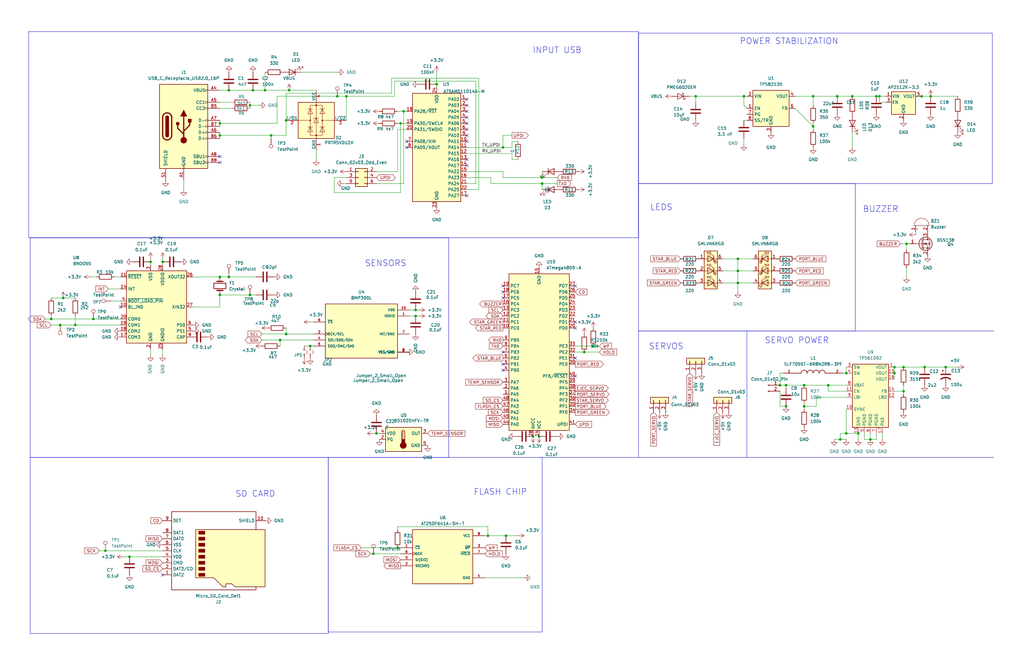
<source format=kicad_sch>
(kicad_sch (version 20250114) (generator "eeschema") (generator_version "9.0")
  (paper "USLedger")
  (rectangle (start 12.065 13.335) (end 269.24 100.33))
  (rectangle (start 12.7 100.33) (end 189.23 193.04))
  (rectangle (start 138.43 193.04) (end 228.6 266.7))
  (rectangle (start 12.7 193.04) (end 138.43 267.335))
  (rectangle (start 269.24 13.97) (end 418.465 77.47))
  (rectangle (start 269.24 77.47) (end 360.68 139.7))
  (text "BUZZER\n" (at 371.348 88.392 0) (effects (font (size 2.54 2.54))))
  (text "SENSORS " (at 163.576 111.252 0) (effects (font (size 2.54 2.54))))
  (text "SD CARD\n" (at 107.696 208.534 0) (effects (font (size 2.54 2.54))))
  (text "INPUT USB" (at 234.95 21.336 0) (effects (font (size 2.54 2.54))))
  (text "SERVOS\n" (at 280.924 146.304 0) (effects (font (size 2.54 2.54))))
  (text "FLASH CHIP\n" (at 211.0047 207.7133 0) (effects (font (size 2.54 2.54))))
  (text "LEDS\n" (at 278.892 87.63 0) (effects (font (size 2.54 2.54))))
  (text "POWER STABILIZATION" (at 332.74 17.526 0) (effects (font (size 2.54 2.54))))
  (text "SERVO POWER\n\n" (at 336.042 145.796 0) (effects (font (size 2.54 2.54))))
  (junction (at 339.09 171.45))
  (junction (at 370.84 40.64))
  (junction (at 354.33 185.42))
  (junction (at 331.47 171.45))
  (junction (at 118.11 143.51))
  (junction (at 250.19 146.05))
  (junction (at 353.06 40.64))
  (junction (at 339.09 162.56))
  (junction (at 377.19 154.94))
  (junction (at 175.26 133.35))
  (junction (at 96.52 38.1))
  (junction (at 331.47 162.56))
  (junction (at 158.75 182.88))
  (junction (at 92.71 52.07))
  (junction (at 227.33 184.15))
  (junction (at 170.18 46.99))
  (junction (at 106.68 38.1))
  (junction (at 311.15 114.3))
  (junction (at 228.6 77.47))
  (junction (at 31.75 137.16))
  (junction (at 205.74 226.06))
  (junction (at 68.58 110.49))
  (junction (at 367.03 185.42))
  (junction (at 111.76 38.1))
  (junction (at 39.37 134.62))
  (junction (at 342.9 40.64))
  (junction (at 184.15 35.56))
  (junction (at 356.87 157.48))
  (junction (at 313.69 40.64))
  (junction (at 398.78 154.94))
  (junction (at 121.92 38.1))
  (junction (at 21.59 134.62))
  (junction (at 26.67 125.73))
  (junction (at 92.71 116.84))
  (junction (at 224.79 184.15))
  (junction (at 142.24 40.64))
  (junction (at 311.15 119.38))
  (junction (at 120.65 50.8))
  (junction (at 382.27 102.87))
  (junction (at 392.43 40.64))
  (junction (at 167.64 231.14))
  (junction (at 213.36 226.06))
  (junction (at 54.61 234.95))
  (junction (at 120.65 140.97))
  (junction (at 63.5 110.49))
  (junction (at 114.3 57.15))
  (junction (at 349.25 162.56))
  (junction (at 130.81 146.05))
  (junction (at 381 154.94))
  (junction (at 246.38 148.59))
  (junction (at 146.05 40.64))
  (junction (at 212.09 62.23))
  (junction (at 105.41 44.45))
  (junction (at 389.89 154.94))
  (junction (at 175.26 130.81))
  (junction (at 359.41 40.64))
  (junction (at 105.41 124.46))
  (junction (at 377.19 157.48))
  (junction (at 25.4 137.16))
  (junction (at 381 165.1))
  (junction (at 157.48 233.68))
  (junction (at 342.9 53.34))
  (junction (at 356.87 182.88))
  (junction (at 361.95 182.88))
  (junction (at 388.62 40.64))
  (junction (at 168.91 52.07))
  (junction (at 228.6 74.93))
  (junction (at 328.93 162.56))
  (junction (at 369.57 40.64))
  (junction (at 92.71 57.15))
  (junction (at 293.37 40.64))
  (junction (at 96.52 116.84))
  (junction (at 311.15 109.22))
  (junction (at 92.71 124.46))
  (junction (at 44.45 232.41))
  (no_connect (at 196.85 49.53))
  (no_connect (at 171.45 59.69))
  (no_connect (at 242.57 138.43))
  (no_connect (at 196.85 46.99))
  (no_connect (at 212.09 120.65))
  (no_connect (at 196.85 41.91))
  (no_connect (at 212.09 123.19))
  (no_connect (at 212.09 156.21))
  (no_connect (at 212.09 125.73))
  (no_connect (at 196.85 69.85))
  (no_connect (at 196.85 54.61))
  (no_connect (at 196.85 57.15))
  (no_connect (at 242.57 135.89))
  (no_connect (at 196.85 82.55))
  (no_connect (at 196.85 59.69))
  (no_connect (at 242.57 158.75))
  (no_connect (at 196.85 52.07))
  (no_connect (at 50.8 129.54))
  (no_connect (at 212.09 148.59))
  (no_connect (at 68.58 242.57))
  (no_connect (at 212.09 153.67))
  (no_connect (at 196.85 44.45))
  (no_connect (at 171.45 62.23))
  (no_connect (at 92.71 68.58))
  (no_connect (at 196.85 67.31))
  (no_connect (at 242.57 151.13))
  (no_connect (at 242.57 120.65))
  (no_connect (at 92.71 66.04))
  (wire (pts (xy 311.15 123.19) (xy 311.15 119.38)))
  (wire (pts (xy 146.05 40.64) (xy 146.05 50.8)))
  (wire (pts (xy 351.79 185.42) (xy 354.33 185.42)))
  (wire (pts (xy 313.69 50.8) (xy 314.96 50.8)))
  (wire (pts (xy 246.38 148.59) (xy 252.73 148.59)))
  (wire (pts (xy 80.01 142.24) (xy 81.28 142.24)))
  (wire (pts (xy 172.72 148.59) (xy 171.45 148.59)))
  (wire (pts (xy 386.08 40.64) (xy 388.62 40.64)))
  (wire (pts (xy 133.35 63.5) (xy 133.35 67.31)))
  (wire (pts (xy 168.91 52.07) (xy 171.45 52.07)))
  (wire (pts (xy 354.33 182.88) (xy 356.87 182.88)))
  (wire (pts (xy 313.69 40.64) (xy 314.96 40.64)))
  (wire (pts (xy 355.6 157.48) (xy 356.87 157.48)))
  (wire (pts (xy 372.11 185.42) (xy 372.11 182.88)))
  (wire (pts (xy 359.41 40.64) (xy 369.57 40.64)))
  (wire (pts (xy 339.09 171.45) (xy 339.09 170.18)))
  (wire (pts (xy 382.27 102.87) (xy 383.54 102.87)))
  (wire (pts (xy 293.37 43.18) (xy 293.37 40.64)))
  (wire (pts (xy 26.67 125.73) (xy 31.75 125.73)))
  (wire (pts (xy 127 30.48) (xy 142.24 30.48)))
  (wire (pts (xy 313.69 58.42) (xy 313.69 60.96)))
  (wire (pts (xy 40.64 116.84) (xy 38.1 116.84)))
  (wire (pts (xy 158.75 72.39) (xy 167.64 72.39)))
  (wire (pts (xy 96.52 116.84) (xy 107.95 116.84)))
  (wire (pts (xy 140.97 81.28) (xy 140.97 74.93)))
  (wire (pts (xy 311.15 109.22) (xy 317.5 109.22)))
  (wire (pts (xy 92.71 50.8) (xy 92.71 52.07)))
  (wire (pts (xy 68.58 111.76) (xy 68.58 110.49)))
  (wire (pts (xy 167.64 52.07) (xy 168.91 52.07)))
  (wire (pts (xy 46.99 127) (xy 50.8 127)))
  (wire (pts (xy 356.87 167.64) (xy 344.17 167.64)))
  (wire (pts (xy 21.59 125.73) (xy 26.67 125.73)))
  (wire (pts (xy 184.15 35.56) (xy 184.15 36.83)))
  (wire (pts (xy 215.9 67.31) (xy 218.44 67.31)))
  (wire (pts (xy 121.92 38.1) (xy 133.35 38.1)))
  (polyline (pts (xy 314.96 193.04) (xy 314.96 139.7)))
  (wire (pts (xy 152.4 231.14) (xy 167.64 231.14)))
  (wire (pts (xy 142.24 40.64) (xy 146.05 40.64)))
  (wire (pts (xy 114.3 57.15) (xy 120.65 57.15)))
  (wire (pts (xy 77.47 80.01) (xy 77.47 76.2)))
  (wire (pts (xy 339.09 162.56) (xy 349.25 162.56)))
  (wire (pts (xy 242.57 148.59) (xy 246.38 148.59)))
  (wire (pts (xy 304.8 114.3) (xy 311.15 114.3)))
  (wire (pts (xy 370.84 43.18) (xy 373.38 43.18)))
  (wire (pts (xy 196.85 74.93) (xy 207.01 74.93)))
  (wire (pts (xy 116.84 52.07) (xy 116.84 40.64)))
  (wire (pts (xy 205.74 222.25) (xy 205.74 226.06)))
  (wire (pts (xy 92.71 57.15) (xy 114.3 57.15)))
  (wire (pts (xy 228.6 72.39) (xy 228.6 74.93)))
  (wire (pts (xy 311.15 114.3) (xy 311.15 109.22)))
  (wire (pts (xy 205.74 226.06) (xy 213.36 226.06)))
  (wire (pts (xy 92.71 52.07) (xy 92.71 53.34)))
  (wire (pts (xy 353.06 40.64) (xy 359.41 40.64)))
  (wire (pts (xy 250.19 146.05) (xy 252.73 146.05)))
  (wire (pts (xy 196.85 72.39) (xy 212.09 72.39)))
  (wire (pts (xy 196.85 62.23) (xy 212.09 62.23)))
  (wire (pts (xy 342.9 54.61) (xy 342.9 53.34)))
  (wire (pts (xy 314.96 45.72) (xy 313.69 44.45)))
  (wire (pts (xy 367.03 182.88) (xy 367.03 185.42)))
  (wire (pts (xy 63.5 147.32) (xy 63.5 149.86)))
  (wire (pts (xy 105.41 124.46) (xy 107.95 124.46)))
  (wire (pts (xy 218.44 226.06) (xy 213.36 226.06)))
  (wire (pts (xy 388.62 40.64) (xy 392.43 40.64)))
  (wire (pts (xy 92.71 116.84) (xy 96.52 116.84)))
  (wire (pts (xy 304.8 119.38) (xy 311.15 119.38)))
  (wire (pts (xy 313.69 40.64) (xy 313.69 44.45)))
  (wire (pts (xy 31.75 137.16) (xy 50.8 137.16)))
  (wire (pts (xy 331.47 162.56) (xy 331.47 163.83)))
  (wire (pts (xy 356.87 182.88) (xy 361.95 182.88)))
  (wire (pts (xy 171.45 46.99) (xy 170.18 46.99)))
  (wire (pts (xy 111.76 38.1) (xy 121.92 38.1)))
  (wire (pts (xy 132.08 135.89) (xy 130.81 135.89)))
  (wire (pts (xy 175.26 133.35) (xy 176.53 133.35)))
  (wire (pts (xy 354.33 182.88) (xy 354.33 185.42)))
  (wire (pts (xy 167.64 54.61) (xy 171.45 54.61)))
  (wire (pts (xy 215.9 59.69) (xy 218.44 59.69)))
  (wire (pts (xy 207.01 77.47) (xy 228.6 77.47)))
  (wire (pts (xy 146.05 40.64) (xy 166.37 40.64)))
  (wire (pts (xy 369.57 185.42) (xy 369.57 182.88)))
  (wire (pts (xy 54.61 234.95) (xy 52.07 234.95)))
  (wire (pts (xy 41.91 232.41) (xy 44.45 232.41)))
  (wire (pts (xy 212.09 57.15) (xy 212.09 62.23)))
  (wire (pts (xy 381 166.37) (xy 381 165.1)))
  (wire (pts (xy 21.59 134.62) (xy 39.37 134.62)))
  (wire (pts (xy 311.15 114.3) (xy 317.5 114.3)))
  (wire (pts (xy 92.71 43.18) (xy 97.79 43.18)))
  (wire (pts (xy 105.41 44.45) (xy 105.41 45.72)))
  (wire (pts (xy 128.27 146.05) (xy 130.81 146.05)))
  (wire (pts (xy 349.25 162.56) (xy 349.25 165.1)))
  (wire (pts (xy 158.75 77.47) (xy 170.18 77.47)))
  (wire (pts (xy 172.72 133.35) (xy 175.26 133.35)))
  (wire (pts (xy 379.73 102.87) (xy 382.27 102.87)))
  (wire (pts (xy 19.05 134.62) (xy 21.59 134.62)))
  (wire (pts (xy 39.37 134.62) (xy 50.8 134.62)))
  (wire (pts (xy 359.41 55.88) (xy 359.41 62.23)))
  (wire (pts (xy 207.01 74.93) (xy 207.01 77.47)))
  (wire (pts (xy 335.28 40.64) (xy 342.9 40.64)))
  (wire (pts (xy 311.15 109.22) (xy 304.8 109.22)))
  (wire (pts (xy 168.91 81.28) (xy 140.97 81.28)))
  (wire (pts (xy 382.27 113.03) (xy 382.27 116.84)))
  (wire (pts (xy 63.5 109.22) (xy 63.5 110.49)))
  (wire (pts (xy 370.84 40.64) (xy 370.84 43.18)))
  (wire (pts (xy 111.76 30.48) (xy 111.76 38.1)))
  (wire (pts (xy 31.75 133.35) (xy 31.75 137.16)))
  (wire (pts (xy 354.33 185.42) (xy 356.87 185.42)))
  (wire (pts (xy 204.47 243.84) (xy 220.98 243.84)))
  (wire (pts (xy 68.58 147.32) (xy 68.58 149.86)))
  (polyline (pts (xy 269.24 193.04) (xy 269.24 139.7)))
  (wire (pts (xy 166.37 34.29) (xy 200.66 34.29)))
  (wire (pts (xy 96.52 115.57) (xy 96.52 116.84)))
  (wire (pts (xy 344.17 167.64) (xy 344.17 171.45)))
  (wire (pts (xy 212.09 74.93) (xy 228.6 74.93)))
  (wire (pts (xy 156.21 233.68) (xy 157.48 233.68)))
  (wire (pts (xy 356.87 154.94) (xy 356.87 157.48)))
  (wire (pts (xy 377.19 154.94) (xy 377.19 157.48)))
  (wire (pts (xy 349.25 162.56) (xy 356.87 162.56)))
  (wire (pts (xy 293.37 40.64) (xy 313.69 40.64)))
  (wire (pts (xy 389.89 154.94) (xy 381 154.94)))
  (wire (pts (xy 167.64 223.52) (xy 167.64 222.25)))
  (wire (pts (xy 166.37 40.64) (xy 166.37 34.29)))
  (wire (pts (xy 392.43 40.64) (xy 403.86 40.64)))
  (wire (pts (xy 110.49 140.97) (xy 120.65 140.97)))
  (wire (pts (xy 356.87 172.72) (xy 356.87 182.88)))
  (wire (pts (xy 342.9 52.07) (xy 342.9 53.34)))
  (wire (pts (xy 54.61 234.95) (xy 68.58 234.95)))
  (wire (pts (xy 212.09 62.23) (xy 215.9 62.23)))
  (wire (pts (xy 21.59 133.35) (xy 21.59 134.62)))
  (wire (pts (xy 92.71 129.54) (xy 92.71 124.46)))
  (wire (pts (xy 381 154.94) (xy 377.19 154.94)))
  (wire (pts (xy 167.64 231.14) (xy 168.91 231.14)))
  (wire (pts (xy 132.08 146.05) (xy 130.81 146.05)))
  (wire (pts (xy 167.64 72.39) (xy 167.64 54.61)))
  (wire (pts (xy 92.71 38.1) (xy 96.52 38.1)))
  (wire (pts (xy 96.52 38.1) (xy 106.68 38.1)))
  (wire (pts (xy 184.15 30.48) (xy 184.15 35.56)))
  (wire (pts (xy 364.49 185.42) (xy 367.03 185.42)))
  (wire (pts (xy 377.19 165.1) (xy 381 165.1)))
  (wire (pts (xy 92.71 45.72) (xy 97.79 45.72)))
  (wire (pts (xy 369.57 40.64) (xy 370.84 40.64)))
  (wire (pts (xy 44.45 232.41) (xy 68.58 232.41)))
  (wire (pts (xy 328.93 165.1) (xy 328.93 171.45)))
  (wire (pts (xy 92.71 52.07) (xy 116.84 52.07)))
  (wire (pts (xy 398.78 154.94) (xy 389.89 154.94)))
  (wire (pts (xy 370.84 40.64) (xy 373.38 40.64)))
  (wire (pts (xy 311.15 119.38) (xy 311.15 114.3)))
  (wire (pts (xy 242.57 146.05) (xy 250.19 146.05)))
  (wire (pts (xy 398.78 154.94) (xy 403.86 154.94)))
  (wire (pts (xy 105.41 44.45) (xy 109.22 44.45)))
  (wire (pts (xy 228.6 77.47) (xy 234.95 77.47)))
  (wire (pts (xy 311.15 119.38) (xy 317.5 119.38)))
  (wire (pts (xy 367.03 185.42) (xy 369.57 185.42)))
  (wire (pts (xy 339.09 172.72) (xy 339.09 171.45)))
  (wire (pts (xy 167.64 222.25) (xy 205.74 222.25)))
  (wire (pts (xy 364.49 182.88) (xy 364.49 185.42)))
  (wire (pts (xy 228.6 77.47) (xy 228.6 80.01)))
  (wire (pts (xy 157.48 182.88) (xy 158.75 182.88)))
  (wire (pts (xy 201.93 33.02) (xy 201.93 80.01)))
  (wire (pts (xy 328.93 162.56) (xy 331.47 162.56)))
  (wire (pts (xy 68.58 110.49) (xy 68.58 109.22)))
  (wire (pts (xy 175.26 130.81) (xy 176.53 130.81)))
  (wire (pts (xy 215.9 59.69) (xy 215.9 62.23)))
  (wire (pts (xy 349.25 165.1) (xy 356.87 165.1)))
  (wire (pts (xy 92.71 57.15) (xy 92.71 58.42)))
  (wire (pts (xy 339.09 171.45) (xy 344.17 171.45)))
  (wire (pts (xy 290.83 40.64) (xy 293.37 40.64)))
  (wire (pts (xy 212.09 57.15) (xy 215.9 57.15)))
  (wire (pts (xy 200.66 77.47) (xy 196.85 77.47)))
  (wire (pts (xy 361.95 185.42) (xy 361.95 182.88)))
  (wire (pts (xy 377.19 157.48) (xy 377.19 160.02)))
  (wire (pts (xy 81.28 129.54) (xy 92.71 129.54)))
  (wire (pts (xy 328.93 157.48) (xy 328.93 162.56)))
  (wire (pts (xy 382.27 102.87) (xy 382.27 105.41)))
  (wire (pts (xy 120.65 138.43) (xy 120.65 140.97)))
  (wire (pts (xy 328.93 157.48) (xy 330.2 157.48)))
  (wire (pts (xy 146.05 77.47) (xy 144.78 77.47)))
  (wire (pts (xy 331.47 162.56) (xy 339.09 162.56)))
  (wire (pts (xy 205.74 226.06) (xy 204.47 226.06)))
  (wire (pts (xy 118.11 143.51) (xy 118.11 146.05)))
  (wire (pts (xy 201.93 80.01) (xy 196.85 80.01)))
  (polyline (pts (xy 227.33 193.04) (xy 419.1 193.04)))
  (wire (pts (xy 386.08 97.79) (xy 386.08 99.06)))
  (wire (pts (xy 165.1 33.02) (xy 201.93 33.02)))
  (wire (pts (xy 215.9 64.77) (xy 215.9 67.31)))
  (wire (pts (xy 196.85 64.77) (xy 215.9 64.77)))
  (wire (pts (xy 116.84 40.64) (xy 142.24 40.64)))
  (wire (pts (xy 140.97 74.93) (xy 146.05 74.93)))
  (wire (pts (xy 21.59 137.16) (xy 25.4 137.16)))
  (wire (pts (xy 335.28 45.72) (xy 342.9 53.34)))
  (wire (pts (xy 168.91 52.07) (xy 168.91 81.28)))
  (wire (pts (xy 212.09 72.39) (xy 212.09 74.93)))
  (wire (pts (xy 120.65 140.97) (xy 132.08 140.97)))
  (wire (pts (xy 120.65 39.37) (xy 165.1 39.37)))
  (wire (pts (xy 158.75 182.88) (xy 160.02 182.88)))
  (wire (pts (xy 105.41 43.18) (xy 105.41 44.45)))
  (wire (pts (xy 228.6 74.93) (xy 234.95 74.93)))
  (wire (pts (xy 48.26 116.84) (xy 50.8 116.84)))
  (wire (pts (xy 45.72 121.92) (xy 50.8 121.92)))
  (wire (pts (xy 172.72 130.81) (xy 175.26 130.81)))
  (wire (pts (xy 120.65 57.15) (xy 120.65 50.8)))
  (wire (pts (xy 381 165.1) (xy 381 162.56)))
  (wire (pts (xy 25.4 137.16) (xy 31.75 137.16)))
  (wire (pts (xy 170.18 77.47) (xy 170.18 46.99)))
  (wire (pts (xy 63.5 110.49) (xy 63.5 111.76)))
  (wire (pts (xy 92.71 124.46) (xy 105.41 124.46)))
  (wire (pts (xy 342.9 40.64) (xy 353.06 40.64)))
  (wire (pts (xy 342.9 44.45) (xy 342.9 40.64)))
  (wire (pts (xy 328.93 171.45) (xy 331.47 171.45)))
  (wire (pts (xy 170.18 46.99) (xy 167.64 46.99)))
  (wire (pts (xy 200.66 34.29) (xy 200.66 77.47)))
  (wire (pts (xy 81.28 116.84) (xy 92.71 116.84)))
  (polyline (pts (xy 269.24 139.7) (xy 419.1 139.7)))
  (wire (pts (xy 157.48 233.68) (xy 168.91 233.68)))
  (wire (pts (xy 118.11 143.51) (xy 132.08 143.51)))
  (wire (pts (xy 106.68 38.1) (xy 111.76 38.1)))
  (wire (pts (xy 114.3 58.42) (xy 114.3 57.15)))
  (wire (pts (xy 92.71 55.88) (xy 92.71 57.15)))
  (wire (pts (xy 120.65 50.8) (xy 120.65 39.37)))
  (wire (pts (xy 110.49 143.51) (xy 118.11 143.51)))
  (wire (pts (xy 165.1 39.37) (xy 165.1 33.02)))
  (label "TX_UPDI" (at 203.2 62.23 0))
  (label "RX_UPDI" (at 203.2 64.77 0))
  (global_label "BUZZER" (shape input) (at 379.73 102.87 180) (property "Intersheetrefs" "${INTERSHEET_REFS}" (effects (hide yes))))
  (global_label "STAR_RED" (shape input) (at 287.02 114.3 180) (property "Intersheetrefs" "${INTERSHEET_REFS}" (effects (hide yes))))
  (global_label "STAR_BLUE" (shape output) (at 212.09 151.13 180) (property "Intersheetrefs" "${INTERSHEET_REFS}" (effects (hide yes))))
  (global_label "SCL" (shape input) (at 212.09 130.81 180) (property "Intersheetrefs" "${INTERSHEET_REFS}" (effects (hide yes))))
  (global_label "WP" (shape input) (at 204.47 231.14 0) (property "Intersheetrefs" "${INTERSHEET_REFS}" (effects (hide yes))))
  (global_label "FLASH_CS" (shape input) (at 152.4 231.14 180) (property "Intersheetrefs" "${INTERSHEET_REFS}" (effects (hide yes))))
  (global_label "CD" (shape input) (at 68.58 219.71 180) (property "Intersheetrefs" "${INTERSHEET_REFS}" (effects (hide yes))))
  (global_label "TX0" (shape output) (at 234.95 77.47 0) (property "Intersheetrefs" "${INTERSHEET_REFS}" (effects (hide yes))))
  (global_label "PORT_SERVO" (shape output) (at 242.57 166.37 0) (property "Intersheetrefs" "${INTERSHEET_REFS}" (effects (hide yes))))
  (global_label "CD" (shape input) (at 242.57 123.19 0) (property "Intersheetrefs" "${INTERSHEET_REFS}" (effects (hide yes))))
  (global_label "SDA" (shape bidirectional) (at 19.05 134.62 180) (property "Intersheetrefs" "${INTERSHEET_REFS}" (effects (hide yes))))
  (global_label "RX0" (shape input) (at 234.95 74.93 0) (property "Intersheetrefs" "${INTERSHEET_REFS}" (effects (hide yes))))
  (global_label "PORT_SERVO" (shape input) (at 275.59 173.99 270) (property "Intersheetrefs" "${INTERSHEET_REFS}" (effects (hide yes))))
  (global_label "MISO" (shape input) (at 68.58 227.33 180) (property "Intersheetrefs" "${INTERSHEET_REFS}" (effects (hide yes))))
  (global_label "HOLD" (shape input) (at 252.73 148.59 0) (property "Intersheetrefs" "${INTERSHEET_REFS}" (effects (hide yes))))
  (global_label "STAR_BLUE" (shape input) (at 287.02 109.22 180) (property "Intersheetrefs" "${INTERSHEET_REFS}" (effects (hide yes))))
  (global_label "TEMP_SENSOR" (shape input) (at 180.34 182.88 0) (property "Intersheetrefs" "${INTERSHEET_REFS}" (effects (hide yes))))
  (global_label "TEMP_SENSOR" (shape input) (at 212.09 161.29 180) (property "Intersheetrefs" "${INTERSHEET_REFS}" (effects (hide yes))))
  (global_label "PORT_RED" (shape output) (at 242.57 153.67 0) (property "Intersheetrefs" "${INTERSHEET_REFS}" (effects (hide yes))))
  (global_label "MOSI" (shape input) (at 168.91 236.22 180) (property "Intersheetrefs" "${INTERSHEET_REFS}" (effects (hide yes))))
  (global_label "FLASH_CS" (shape input) (at 212.09 171.45 180) (property "Intersheetrefs" "${INTERSHEET_REFS}" (effects (hide yes))))
  (global_label "SCL" (shape input) (at 21.59 137.16 180) (property "Intersheetrefs" "${INTERSHEET_REFS}" (effects (hide yes))))
  (global_label "PORT_GREEN" (shape input) (at 335.28 119.38 0) (property "Intersheetrefs" "${INTERSHEET_REFS}" (effects (hide yes))))
  (global_label "PORT_BLUE" (shape input) (at 335.28 109.22 0) (property "Intersheetrefs" "${INTERSHEET_REFS}" (effects (hide yes))))
  (global_label "MOSI" (shape input) (at 212.09 176.53 180) (property "Intersheetrefs" "${INTERSHEET_REFS}" (effects (hide yes))))
  (global_label "SD_CS" (shape input) (at 68.58 240.03 180) (property "Intersheetrefs" "${INTERSHEET_REFS}" (effects (hide yes))))
  (global_label "STAR_GREEN" (shape input) (at 287.02 119.38 180) (property "Intersheetrefs" "${INTERSHEET_REFS}" (effects (hide yes))))
  (global_label "STAR_RED" (shape output) (at 212.09 138.43 180) (property "Intersheetrefs" "${INTERSHEET_REFS}" (effects (hide yes))))
  (global_label "WP" (shape input) (at 252.73 146.05 0) (property "Intersheetrefs" "${INTERSHEET_REFS}" (effects (hide yes))))
  (global_label "HOLD" (shape input) (at 204.47 233.68 0) (property "Intersheetrefs" "${INTERSHEET_REFS}" (effects (hide yes))))
  (global_label "EJEC_SERVO" (shape output) (at 242.57 163.83 0) (property "Intersheetrefs" "${INTERSHEET_REFS}" (effects (hide yes))))
  (global_label "SDA" (shape bidirectional) (at 212.09 133.35 180) (property "Intersheetrefs" "${INTERSHEET_REFS}" (effects (hide yes))))
  (global_label "SCL" (shape input) (at 110.49 140.97 180) (property "Intersheetrefs" "${INTERSHEET_REFS}" (effects (hide yes))))
  (global_label "STAR_SERVO" (shape input) (at 290.83 157.48 270) (property "Intersheetrefs" "${INTERSHEET_REFS}" (effects (hide yes))))
  (global_label "EJEC_SERVO" (shape input) (at 302.26 173.99 270) (property "Intersheetrefs" "${INTERSHEET_REFS}" (effects (hide yes))))
  (global_label "TX0" (shape input) (at 212.09 146.05 180) (property "Intersheetrefs" "${INTERSHEET_REFS}" (effects (hide yes))))
  (global_label "BUZZER" (shape output) (at 212.09 128.27 180) (property "Intersheetrefs" "${INTERSHEET_REFS}" (effects (hide yes))))
  (global_label "SDA" (shape bidirectional) (at 110.49 143.51 180) (property "Intersheetrefs" "${INTERSHEET_REFS}" (effects (hide yes))))
  (global_label "UPDI" (shape output) (at 215.9 57.15 0) (property "Intersheetrefs" "${INTERSHEET_REFS}" (effects (hide yes))))
  (global_label "INT" (shape input) (at 45.72 121.92 180) (property "Intersheetrefs" "${INTERSHEET_REFS}" (effects (hide yes))))
  (global_label "UPDI" (shape input) (at 242.57 179.07 0) (property "Intersheetrefs" "${INTERSHEET_REFS}" (effects (hide yes))))
  (global_label "STAR_SERVO" (shape output) (at 242.57 168.91 0) (property "Intersheetrefs" "${INTERSHEET_REFS}" (effects (hide yes))))
  (global_label "SCK" (shape input) (at 41.91 232.41 180) (property "Intersheetrefs" "${INTERSHEET_REFS}" (effects (hide yes))))
  (global_label "UPDI" (shape bidirectional) (at 158.75 74.93 0) (property "Intersheetrefs" "${INTERSHEET_REFS}" (effects (hide yes))))
  (global_label "SCK" (shape input) (at 156.21 233.68 180) (property "Intersheetrefs" "${INTERSHEET_REFS}" (effects (hide yes))))
  (global_label "PORT_RED" (shape input) (at 335.28 114.3 0) (property "Intersheetrefs" "${INTERSHEET_REFS}" (effects (hide yes))))
  (global_label "PORT_GREEN" (shape output) (at 242.57 173.99 0) (property "Intersheetrefs" "${INTERSHEET_REFS}" (effects (hide yes))))
  (global_label "STAR_GREEN" (shape output) (at 212.09 135.89 180) (property "Intersheetrefs" "${INTERSHEET_REFS}" (effects (hide yes))))
  (global_label "MISO" (shape input) (at 212.09 179.07 180) (property "Intersheetrefs" "${INTERSHEET_REFS}" (effects (hide yes))))
  (global_label "SD_CS" (shape input) (at 212.09 168.91 180) (property "Intersheetrefs" "${INTERSHEET_REFS}" (effects (hide yes))))
  (global_label "PORT_BLUE" (shape output) (at 242.57 171.45 0) (property "Intersheetrefs" "${INTERSHEET_REFS}" (effects (hide yes))))
  (global_label "RX0" (shape output) (at 212.09 143.51 180) (property "Intersheetrefs" "${INTERSHEET_REFS}" (effects (hide yes))))
  (global_label "MOSI" (shape input) (at 68.58 237.49 180) (property "Intersheetrefs" "${INTERSHEET_REFS}" (effects (hide yes))))
  (global_label "SCK" (shape input) (at 212.09 173.99 180) (property "Intersheetrefs" "${INTERSHEET_REFS}" (effects (hide yes))))
  (global_label "MISO" (shape output) (at 168.91 238.76 180) (property "Intersheetrefs" "${INTERSHEET_REFS}" (effects (hide yes))))
  (symbol (lib_id "power:GND") (at 180.34 187.96 0) (unit 1)
    (property "Reference" "#PWR0171" (effects (hide yes)))
    (property "Value" "GND" (at 180.34 193.04 0))
    (property "Description" "Power symbol creates a global label with name \"GND\" , ground" (effects (hide yes)))
  )
  (symbol (lib_id "power:GND") (at 160.02 185.42 0) (unit 1)
    (property "Reference" "#PWR0172" (effects (hide yes)))
    (property "Value" "GND" (at 160.02 190.5 0))
    (property "Description" "Power symbol creates a global label with name \"GND\" , ground" (effects (hide yes)))
  )
  (symbol (lib_id "Connector:TestPoint") (at 25.4 137.16 180) (unit 1)
    (property "Reference" "TP2" (at 27.94 139.1919 0) (effects (justify right)))
    (property "Value" "TestPoint" (at 27.94 141.7319 0) (effects (justify right)))
    (property "Footprint" "TestPoint:TestPoint_Pad_1.0x1.0mm" (effects (hide yes)))
    (property "Description" "test point" (effects (hide yes)))
  )
  (symbol (lib_id "Device:C") (at 220.98 184.15 90) (unit 1)
    (property "Reference" "C26" (at 218.948 188.722 90))
    (property "Value" "0.1uF" (at 218.948 191.262 90))
    (property "Footprint" "Capacitor_SMD:C_0201_0603Metric" (effects (hide yes)))
    (property "Description" "Unpolarized capacitor" (effects (hide yes)))
  )
  (symbol (lib_id "Device:R") (at 116.84 138.43 90) (unit 1)
    (property "Reference" "R10" (at 116.586 133.604 90))
    (property "Value" "4k7" (at 116.078 135.382 90))
    (property "Footprint" "Resistor_SMD:R_0603_1608Metric" (effects (hide yes)))
    (property "Description" "Resistor" (effects (hide yes)))
  )
  (symbol (lib_id "Device:LED") (at 403.86 52.07 90) (unit 1)
    (property "Reference" "D14" (at 407.67 52.3874 90) (effects (justify right)))
    (property "Value" "LED" (at 407.67 54.9274 90) (effects (justify right)))
    (property "Footprint" "LED_SMD:LED_0201_0603Metric" (effects (hide yes)))
    (property "Description" "Light emitting diode" (effects (hide yes)))
    (property "Sim.Pins" "1=K 2=A" (effects (hide yes)))
  )
  (symbol (lib_id "Connector:TestPoint") (at 44.45 232.41 0) (unit 1)
    (property "Reference" "TP1" (at 46.99 227.8379 0) (effects (justify left)))
    (property "Value" "TestPoint" (at 46.99 230.3779 0) (effects (justify left)))
    (property "Footprint" "TestPoint:TestPoint_Pad_1.0x1.0mm" (effects (hide yes)))
    (property "Description" "test point" (effects (hide yes)))
  )
  (symbol (lib_id "Device:R") (at 290.83 109.22 90) (unit 1)
    (property "Reference" "R21" (at 290.83 109.474 90))
    (property "Value" "220" (at 290.83 111.506 90))
    (property "Footprint" "Resistor_SMD:R_0603_1608Metric" (effects (hide yes)))
    (property "Description" "Resistor" (effects (hide yes)))
  )
  (symbol (lib_id "power:GND") (at 389.89 162.56 0) (unit 1)
    (property "Reference" "#PWR0127" (effects (hide yes)))
    (property "Value" "GND" (at 389.89 167.64 0))
    (property "Description" "Power symbol creates a global label with name \"GND\" , ground" (effects (hide yes)))
  )
  (symbol (lib_id "Device:C") (at 72.39 110.49 90) (unit 1)
    (property "Reference" "C19" (at 72.39 102.87 90))
    (property "Value" "0.1uF" (at 72.39 105.41 90))
    (property "Footprint" "Capacitor_SMD:C_0603_1608Metric" (effects (hide yes)))
    (property "Description" "Unpolarized capacitor" (effects (hide yes)))
  )
  (symbol (lib_id "power:GND") (at 391.16 107.95 0) (unit 1)
    (property "Reference" "#PWR070" (effects (hide yes)))
    (property "Value" "GND" (at 391.16 113.03 0))
    (property "Description" "Power symbol creates a global label with name \"GND\" , ground" (effects (hide yes)))
  )
  (symbol (lib_id "power:+3.3V") (at 38.1 116.84 90) (unit 1)
    (property "Reference" "#PWR0181" (effects (hide yes)))
    (property "Value" "+3.3V" (at 34.29 116.8401 90) (effects (justify left)))
    (property "Description" "Power symbol creates a global label with name \"+3.3V\"" (effects (hide yes)))
  )
  (symbol (lib_id "Device:R") (at 331.47 119.38 90) (unit 1)
    (property "Reference" "R26" (at 331.724 119.634 90))
    (property "Value" "220" (at 331.47 122.682 90))
    (property "Footprint" "Resistor_SMD:R_0603_1608Metric" (effects (hide yes)))
    (property "Description" "Resistor" (effects (hide yes)))
  )
  (symbol (lib_id "power:GND") (at 307.34 173.99 0) (unit 1)
    (property "Reference" "#PWR0117" (effects (hide yes)))
    (property "Value" "GND" (at 307.3401 177.8 90) (effects (justify right)))
    (property "Description" "Power symbol creates a global label with name \"GND\" , ground" (effects (hide yes)))
  )
  (symbol (lib_id "Connector:TestPoint") (at 46.99 127 90) (unit 1)
    (property "Reference" "TP7" (at 40.894 127.508 90))
    (property "Value" "TestPoint" (at 43.688 124.46 90))
    (property "Footprint" "TestPoint:TestPoint_Pad_1.0x1.0mm" (effects (hide yes)))
    (property "Description" "test point" (effects (hide yes)))
  )
  (symbol (lib_id "power:+3.3V") (at 176.53 130.81 270) (unit 1)
    (property "Reference" "#PWR0149" (effects (hide yes)))
    (property "Value" "+3.3V" (at 180.34 130.8099 90) (effects (justify left)))
    (property "Description" "Power symbol creates a global label with name \"+3.3V\"" (effects (hide yes)))
  )
  (symbol (lib_id "power:GND") (at 50.8 139.7 270) (unit 1)
    (property "Reference" "#PWR021" (effects (hide yes)))
    (property "Value" "GND" (at 46.99 139.6999 90) (effects (justify right)))
    (property "Description" "Power symbol creates a global label with name \"GND\" , ground" (effects (hide yes)))
  )
  (symbol (lib_id "Device:R") (at 163.83 46.99 90) (unit 1)
    (property "Reference" "R8" (at 160.528 49.276 90))
    (property "Value" "4k7" (at 164.338 49.276 90))
    (property "Footprint" "Resistor_SMD:R_0603_1608Metric" (effects (hide yes)))
    (property "Description" "Resistor" (effects (hide yes)))
  )
  (symbol (lib_id "power:GND") (at 68.58 229.87 270) (unit 1)
    (property "Reference" "#PWR017" (effects (hide yes)))
    (property "Value" "GND" (at 63.754 229.87 90))
    (property "Description" "Power symbol creates a global label with name \"GND\" , ground" (effects (hide yes)))
  )
  (symbol (lib_id "power:+3.3V") (at 160.02 46.99 90) (unit 1)
    (property "Reference" "#PWR0150" (effects (hide yes)))
    (property "Value" "+3.3V" (at 156.21 46.9899 90) (effects (justify left)))
    (property "Description" "Power symbol creates a global label with name \"+3.3V\"" (effects (hide yes)))
  )
  (symbol (lib_id "Device:C") (at 331.47 167.64 0) (unit 1)
    (property "Reference" "C8" (at 333.502 163.83 0) (effects (justify left)))
    (property "Value" "10u" (at 333.502 166.37 0) (effects (justify left)))
    (property "Footprint" "Capacitor_SMD:C_0603_1608Metric" (effects (hide yes)))
    (property "Description" "Unpolarized capacitor" (effects (hide yes)))
  )
  (symbol (lib_id "Connector:TestPoint") (at 96.52 115.57 0) (unit 1)
    (property "Reference" "TP5" (at 99.06 110.9979 0) (effects (justify left)))
    (property "Value" "TestPoint" (at 99.06 113.5379 0) (effects (justify left)))
    (property "Footprint" "TestPoint:TestPoint_Pad_1.0x1.0mm" (effects (hide yes)))
    (property "Description" "test point" (effects (hide yes)))
  )
  (symbol (lib_id "power:GND") (at 77.47 80.01 0) (unit 1)
    (property "Reference" "#PWR0141" (effects (hide yes)))
    (property "Value" "GND" (at 77.47 85.09 0))
    (property "Description" "Power symbol creates a global label with name \"GND\" , ground" (effects (hide yes)))
  )
  (symbol (lib_id "Device:C") (at 293.37 46.99 0) (unit 1)
    (property "Reference" "C14" (at 283.972 45.974 0) (effects (justify left)))
    (property "Value" "10uF" (at 283.972 48.514 0) (effects (justify left)))
    (property "Footprint" "Capacitor_SMD:C_0603_1608Metric" (effects (hide yes)))
    (property "Description" "Unpolarized capacitor" (effects (hide yes)))
  )
  (symbol (lib_id "power:+3.3V") (at 386.08 99.06 90) (unit 1)
    (property "Reference" "#PWR02" (effects (hide yes)))
    (property "Value" "+3.3V" (at 382.27 99.0599 90) (effects (justify left)))
    (property "Description" "Power symbol creates a global label with name \"+3.3V\"" (effects (hide yes)))
  )
  (symbol (lib_id "power:+3.3V") (at 224.79 184.15 180) (unit 1)
    (property "Reference" "#PWR0183" (effects (hide yes)))
    (property "Value" "+3.3V" (effects (hide yes)))
    (property "Description" "Power symbol creates a global label with name \"+3.3V\"" (effects (hide yes)))
  )
  (symbol (lib_id "Device:Buzzer") (at 388.62 95.25 90) (unit 1)
    (property "Reference" "BZ1" (at 392.43 93.2248 90) (effects (justify right)))
    (property "Value" "Buzzer" (at 392.43 95.7648 90) (effects (justify right)))
    (property "Footprint" "Buzzer_Beeper:MagneticBuzzer_Kingstate_KCG0601" (effects (hide yes)))
    (property "Description" "Buzzer, polarized" (effects (hide yes)))
  )
  (symbol (lib_id "power:GND") (at 175.26 140.97 0) (unit 1)
    (property "Reference" "#PWR015" (effects (hide yes)))
    (property "Value" "GND" (at 175.2599 144.78 90) (effects (justify right)))
    (property "Description" "Power symbol creates a global label with name \"GND\" , ground" (effects (hide yes)))
  )
  (symbol (lib_id "Regulator_Linear:AP2112K-3.3") (at 381 43.18 0) (unit 1)
    (property "Reference" "U12" (at 381 34.29 0))
    (property "Value" "AP2112K-3.3" (at 381 36.83 0))
    (property "Footprint" "Package_TO_SOT_SMD:SOT-23-5" (effects (hide yes)))
    (property "Datasheet" "https://www.diodes.com/assets/Datasheets/AP2112.pdf" (effects (hide yes)))
    (property "Description" "600mA low dropout linear regulator, with enable pin, 3.8V-6V input voltage range, 3.3V fixed positive output, SOT-23-5" (effects (hide yes)))
  )
  (symbol (lib_id "LED:SMLVN6RGB") (at 299.72 114.3 0) (unit 1)
    (property "Reference" "D7" (at 299.72 100.33 0))
    (property "Value" "SMLVN6RGB" (at 299.72 102.87 0))
    (property "Footprint" "LED_SMD:LED_ROHM_SMLVN6" (effects (hide yes)))
    (property "Datasheet" "https://www.rohm.com/datasheet/SMLVN6RGB1U" (effects (hide yes)))
    (property "Description" "High Brightness Tri-Color LED, RGB, 3.5x2.8mm" (effects (hide yes)))
  )
  (symbol (lib_id "Connector:TestPoint") (at 157.48 233.68 0) (unit 1)
    (property "Reference" "TP6" (at 160.02 229.1079 0) (effects (justify left)))
    (property "Value" "TestPoint" (at 160.02 231.6479 0) (effects (justify left)))
    (property "Footprint" "TestPoint:TestPoint_Pad_1.0x1.0mm" (effects (hide yes)))
    (property "Description" "test point" (effects (hide yes)))
  )
  (symbol (lib_id "Device:R") (at 382.27 109.22 0) (unit 1)
    (property "Reference" "R34" (at 384.81 107.9499 0) (effects (justify left)))
    (property "Value" "2k2" (at 384.81 110.4899 0) (effects (justify left)))
    (property "Footprint" "Resistor_SMD:R_0603_1608Metric" (effects (hide yes)))
    (property "Description" "Resistor" (effects (hide yes)))
  )
  (symbol (lib_id "Device:R") (at 250.19 142.24 0) (unit 1)
    (property "Reference" "R33" (at 252.73 140.9699 0) (effects (justify left)))
    (property "Value" "10k" (at 252.73 143.5099 0) (effects (justify left)))
    (property "Footprint" "Resistor_SMD:R_0201_0603Metric" (effects (hide yes)))
    (property "Description" "Resistor" (effects (hide yes)))
  )
  (symbol (lib_id "Device:C_Polarized_US") (at 398.78 158.75 0) (unit 1)
    (property "Reference" "C13" (at 401.066 156.464 0) (effects (justify left)))
    (property "Value" "100u" (at 400.812 162.306 0) (effects (justify left)))
    (property "Footprint" "Capacitor_SMD:C_0603_1608Metric" (effects (hide yes)))
    (property "Description" "Polarized capacitor, US symbol" (effects (hide yes)))
  )
  (symbol (lib_id "power:GND") (at 293.37 50.8 0) (unit 1)
    (property "Reference" "#PWR0131" (effects (hide yes)))
    (property "Value" "GND" (at 288.798 50.292 0))
    (property "Description" "Power symbol creates a global label with name \"GND\" , ground" (effects (hide yes)))
  )
  (symbol (lib_id "power:GND") (at 331.47 171.45 0) (unit 1)
    (property "Reference" "#PWR03" (effects (hide yes)))
    (property "Value" "GND" (at 331.47 176.53 0))
    (property "Description" "Power symbol creates a global label with name \"GND\" , ground" (effects (hide yes)))
  )
  (symbol (lib_id "power:GND") (at 403.86 55.88 0) (unit 1)
    (property "Reference" "#PWR0193" (effects (hide yes)))
    (property "Value" "GND" (at 403.86 60.96 0))
    (property "Description" "Power symbol creates a global label with name \"GND\" , ground" (effects (hide yes)))
  )
  (symbol (lib_id "power:+3.3V") (at 130.81 135.89 90) (unit 1)
    (property "Reference" "#PWR0145" (effects (hide yes)))
    (property "Value" "+3.3V" (at 136.144 132.842 90) (effects (justify left)))
    (property "Description" "Power symbol creates a global label with name \"+3.3V\"" (effects (hide yes)))
  )
  (symbol (lib_id "power:GND") (at 342.9 62.23 0) (unit 1)
    (property "Reference" "#PWR0186" (effects (hide yes)))
    (property "Value" "GND" (at 342.9 67.31 0))
    (property "Description" "Power symbol creates a global label with name \"GND\" , ground" (effects (hide yes)))
  )
  (symbol (lib_id "Connector:TestPoint") (at 39.37 134.62 0) (unit 1)
    (property "Reference" "TP9" (at 41.148 131.572 0) (effects (justify left)))
    (property "Value" "TestPoint" (at 41.148 134.112 0) (effects (justify left)))
    (property "Footprint" "TestPoint:TestPoint_Pad_1.0x1.0mm" (effects (hide yes)))
    (property "Description" "test point" (effects (hide yes)))
  )
  (symbol (lib_id "Device:LED") (at 359.41 52.07 90) (unit 1)
    (property "Reference" "D13" (at 367.03 53.6575 0))
    (property "Value" "LED" (at 364.49 53.6575 0))
    (property "Footprint" "LED_SMD:LED_0201_0603Metric" (effects (hide yes)))
    (property "Description" "Light emitting diode" (effects (hide yes)))
    (property "Sim.Pins" "1=K 2=A" (effects (hide yes)))
  )
  (symbol (lib_id "power:GND") (at 133.35 67.31 0) (unit 1)
    (property "Reference" "#PWR0155" (effects (hide yes)))
    (property "Value" "GND" (at 133.35 72.39 0))
    (property "Description" "Power symbol creates a global label with name \"GND\" , ground" (effects (hide yes)))
  )
  (symbol (lib_id "Device:R") (at 44.45 116.84 270) (unit 1)
    (property "Reference" "R3" (at 41.91 114.808 90))
    (property "Value" "10k" (at 46.228 114.808 90))
    (property "Footprint" "Resistor_SMD:R_0603_1608Metric" (effects (hide yes)))
    (property "Description" "Resistor" (effects (hide yes)))
  )
  (symbol (lib_id "power:GND") (at 115.57 116.84 90) (unit 1)
    (property "Reference" "#PWR0159" (effects (hide yes)))
    (property "Value" "GND" (at 119.38 116.8399 90) (effects (justify right)))
    (property "Description" "Power symbol creates a global label with name \"GND\" , ground" (effects (hide yes)))
  )
  (symbol (lib_id "power:+3.3V") (at 128.27 151.13 180) (unit 1)
    (property "Reference" "#PWR0161" (effects (hide yes)))
    (property "Value" "+3.3V" (at 128.27 156.21 0))
    (property "Description" "Power symbol creates a global label with name \"+3.3V\"" (effects (hide yes)))
  )
  (symbol (lib_id "Jumper:Jumper_2_Small_Open") (at 128.27 148.59 270) (unit 1) (exclude_from_sim yes)
    (property "Reference" "JP1" (at 123.952 149.86 90) (effects (justify left)))
    (property "Value" "Jumper_2_Small_Open" (at 148.844 160.528 90) (effects (justify left)))
    (property "Footprint" "Jumper:SolderJumper-2_P1.3mm_Open_Pad1.0x1.5mm" (effects (hide yes)))
    (property "Description" "Jumper, 2-pole, small symbol, open" (effects (hide yes)))
  )
  (symbol (lib_id "Device:C") (at 175.26 137.16 180) (unit 1)
    (property "Reference" "C20" (at 183.642 137.16 0))
    (property "Value" "0.1uF" (at 183.642 139.192 0))
    (property "Footprint" "Capacitor_SMD:C_0603_1608Metric" (effects (hide yes)))
    (property "Description" "Unpolarized capacitor" (effects (hide yes)))
  )
  (symbol (lib_id "Device:LED") (at 123.19 30.48 180) (unit 1)
    (property "Reference" "D1" (at 124.7775 22.86 0))
    (property "Value" "LED" (at 124.7775 25.4 0))
    (property "Footprint" "LED_SMD:LED_0201_0603Metric" (effects (hide yes)))
    (property "Description" "Light emitting diode" (effects (hide yes)))
    (property "Sim.Pins" "1=K 2=A" (effects (hide yes)))
  )
  (symbol (lib_id "power:+3.3V") (at 243.84 72.39 270) (unit 1)
    (property "Reference" "#PWR0148" (effects (hide yes)))
    (property "Value" "+3.3V" (at 248.92 72.39 0))
    (property "Description" "Power symbol creates a global label with name \"+3.3V\"" (effects (hide yes)))
  )
  (symbol (lib_id "Connector_Generic:Conn_01x03") (at 293.37 152.4 90) (unit 1)
    (property "Reference" "J5" (at 298.45 151.1299 90) (effects (justify right)))
    (property "Value" "Conn_01x03" (at 298.45 153.6699 90) (effects (justify right)))
    (property "Footprint" "Connector_PinHeader_2.54mm:PinHeader_1x03_P2.54mm_Vertical" (effects (hide yes)))
    (property "Description" "Generic connector, single row, 01x03, script generated (kicad-library-utils/schlib/autogen/connector/)" (effects (hide yes)))
  )
  (symbol (lib_id "power:+5V") (at 293.37 157.48 180) (unit 1)
    (property "Reference" "#PWR0120" (effects (hide yes)))
    (property "Value" "+5V" (at 293.3701 161.29 90) (effects (justify left)))
    (property "Description" "Power symbol creates a global label with name \"+5V\"" (effects (hide yes)))
  )
  (symbol (lib_id "power:+3.3V") (at 176.53 133.35 270) (unit 1)
    (property "Reference" "#PWR0147" (effects (hide yes)))
    (property "Value" "+3.3V" (at 180.34 133.3499 90) (effects (justify left)))
    (property "Description" "Power symbol creates a global label with name \"+3.3V\"" (effects (hide yes)))
  )
  (symbol (lib_id "Device:C") (at 111.76 124.46 90) (unit 1)
    (property "Reference" "C5" (at 115.062 128.778 90))
    (property "Value" "22p" (at 115.824 127 90))
    (property "Footprint" "Capacitor_SMD:C_0603_1608Metric" (effects (hide yes)))
    (property "Description" "Unpolarized capacitor" (effects (hide yes)))
  )
  (symbol (lib_id "power:GND") (at 398.78 162.56 0) (unit 1)
    (property "Reference" "#PWR0116" (effects (hide yes)))
    (property "Value" "GND" (at 398.78 167.64 0))
    (property "Description" "Power symbol creates a global label with name \"GND\" , ground" (effects (hide yes)))
  )
  (symbol (lib_id "Device:LED") (at 232.41 72.39 0) (unit 1)
    (property "Reference" "D5" (at 230.8225 80.01 0))
    (property "Value" "LED" (effects (hide yes)))
    (property "Footprint" "LED_SMD:LED_0201_0603Metric" (effects (hide yes)))
    (property "Description" "Light emitting diode" (effects (hide yes)))
    (property "Sim.Pins" "1=K 2=A" (effects (hide yes)))
  )
  (symbol (lib_id "Device:Crystal") (at 92.71 120.65 90) (unit 1)
    (property "Reference" "Y1" (at 96.52 119.3799 90) (effects (justify right)))
    (property "Value" "Crystal" (at 96.52 121.9199 90) (effects (justify right)))
    (property "Footprint" "Crystal:Crystal_C26-LF_D2.1mm_L6.5mm_Vertical" (effects (hide yes)))
    (property "Description" "Two pin crystal" (effects (hide yes)))
  )
  (symbol (lib_id "BMP390L:BMP390L") (at 152.4 140.97 0) (unit 1)
    (property "Reference" "U4" (at 152.4 123.19 0))
    (property "Value" "BMP390L" (at 152.4 125.73 0))
    (property "Footprint" "Package_LGA:ST_HLGA-10_2x2mm_P0.5mm_LayoutBorder3x2y" (effects (hide yes)))
    (property "MF" "Bosch Sensortec" (effects (hide yes)))
    (property "MAXIMUM_PACKAGE_HEIGHT" "0.8 mm" (effects (hide yes)))
    (property "Package" "None" (effects (hide yes)))
    (property "Price" "None" (effects (hide yes)))
    (property "Check_prices" "https://www.snapeda.com/parts/BMP390L/Bosch/view-part/?ref=eda" (effects (hide yes)))
    (property "STANDARD" "Manufacturer Recommendation" (effects (hide yes)))
    (property "PARTREV" "1.7" (effects (hide yes)))
    (property "SnapEDA_Link" "https://www.snapeda.com/parts/BMP390L/Bosch/view-part/?ref=snap" (effects (hide yes)))
    (property "MP" "BMP390L" (effects (hide yes)))
    (property "Description_1" "\n                        \n                            Pressure Sensor Development Tools Evaluation Shuttle Board for the BMP390L\n                        \n" (effects (hide yes)))
    (property "MANUFACTURER" "BOSCH" (effects (hide yes)))
    (property "Availability" "In Stock" (effects (hide yes)))
    (property "SNAPEDA_PN" "BMP390L" (effects (hide yes)))
  )
  (symbol (lib_id "power:GND") (at 234.95 184.15 90) (unit 1)
    (property "Reference" "#PWR026" (effects (hide yes)))
    (property "Value" "GND" (at 238.76 184.1499 90) (effects (justify right)))
    (property "Description" "Power symbol creates a global label with name \"GND\" , ground" (effects (hide yes)))
  )
  (symbol (lib_id "power:GND") (at 96.52 30.48 180) (unit 1)
    (property "Reference" "#PWR09" (effects (hide yes)))
    (property "Value" "GND" (at 96.52 25.4 0))
    (property "Description" "Power symbol creates a global label with name \"GND\" , ground" (effects (hide yes)))
  )
  (symbol (lib_id "power:GND") (at 69.85 76.2 0) (unit 1)
    (property "Reference" "#PWR024" (effects (hide yes)))
    (property "Value" "GND" (at 69.85 81.28 0))
    (property "Description" "Power symbol creates a global label with name \"GND\" , ground" (effects (hide yes)))
  )
  (symbol (lib_id "Device:C") (at 54.61 238.76 180) (unit 1)
    (property "Reference" "C7" (at 44.958 240.538 0) (effects (justify right)))
    (property "Value" "0.1uF" (at 44.958 243.078 0) (effects (justify right)))
    (property "Footprint" "Capacitor_SMD:C_0603_1608Metric" (effects (hide yes)))
    (property "Description" "Unpolarized capacitor" (effects (hide yes)))
  )
  (symbol (lib_id "Sensor_Temperature:BD1020HFV") (at 170.18 185.42 0) (unit 1)
    (property "Reference" "U5" (at 170.18 175.26 0))
    (property "Value" "BD1020HFV-TR" (at 173.482 177.546 0))
    (property "Footprint" "Package_TO_SOT_SMD:HVSOF5" (effects (hide yes)))
    (property "Datasheet" "http://rohmfs.rohm.com/en/products/databook/datasheet/ic/sensor/temperature/bd1020hfv-e.pdf" (effects (hide yes)))
    (property "Description" "Analog Output Temperature Sensor" (effects (hide yes)))
  )
  (symbol (lib_id "power:GND") (at 111.76 219.71 90) (unit 1)
    (property "Reference" "#PWR0162" (effects (hide yes)))
    (property "Value" "GND" (at 115.57 219.7099 90) (effects (justify right)))
    (property "Description" "Power symbol creates a global label with name \"GND\" , ground" (effects (hide yes)))
  )
  (symbol (lib_id "Device:R") (at 381 158.75 0) (unit 1)
    (property "Reference" "R29" (at 383.54 157.4799 0) (effects (justify left)))
    (property "Value" "315k" (at 383.54 160.0199 0) (effects (justify left)))
    (property "Footprint" "Resistor_SMD:R_0603_1608Metric" (effects (hide yes)))
    (property "Description" "Resistor" (effects (hide yes)))
  )
  (symbol (lib_id "power:+3.3V") (at 160.02 52.07 90) (unit 1)
    (property "Reference" "#PWR0151" (effects (hide yes)))
    (property "Value" "+3.3V" (at 156.21 52.0699 90) (effects (justify left)))
    (property "Description" "Power symbol creates a global label with name \"+3.3V\"" (effects (hide yes)))
  )
  (symbol (lib_id "Device:R") (at 339.09 176.53 0) (unit 1)
    (property "Reference" "R28" (at 341.63 175.2599 0) (effects (justify left)))
    (property "Value" "100k" (at 341.63 177.7999 0) (effects (justify left)))
    (property "Footprint" "Resistor_SMD:R_0603_1608Metric" (effects (hide yes)))
    (property "Description" "Resistor" (effects (hide yes)))
  )
  (symbol (lib_id "power:GND") (at 353.06 48.26 0) (unit 1)
    (property "Reference" "#PWR0187" (effects (hide yes)))
    (property "Value" "GND" (at 353.06 53.34 0))
    (property "Description" "Power symbol creates a global label with name \"GND\" , ground" (effects (hide yes)))
  )
  (symbol (lib_id "power:+3.3V") (at 63.5 109.22 0) (unit 1)
    (property "Reference" "#PWR0177" (effects (hide yes)))
    (property "Value" "+3.3V" (at 65.786 102.362 0))
    (property "Description" "Power symbol creates a global label with name \"+3.3V\"" (effects (hide yes)))
  )
  (symbol (lib_id "power:GND") (at 81.28 139.7 90) (unit 1)
    (property "Reference" "#PWR020" (effects (hide yes)))
    (property "Value" "GND" (at 85.09 139.6999 90) (effects (justify right)))
    (property "Description" "Power symbol creates a global label with name \"GND\" , ground" (effects (hide yes)))
  )
  (symbol (lib_id "power:GND") (at 392.43 48.26 0) (unit 1)
    (property "Reference" "#PWR0192" (effects (hide yes)))
    (property "Value" "GND" (at 392.43 53.34 0))
    (property "Description" "Power symbol creates a global label with name \"GND\" , ground" (effects (hide yes)))
  )
  (symbol (lib_id "power:GND") (at 361.95 185.42 0) (unit 1)
    (property "Reference" "#PWR0125" (effects (hide yes)))
    (property "Value" "GND" (at 361.95 190.5 0))
    (property "Description" "Power symbol creates a global label with name \"GND\" , ground" (effects (hide yes)))
  )
  (symbol (lib_id "power:GND") (at 144.78 77.47 270) (unit 1)
    (property "Reference" "#PWR0157" (effects (hide yes)))
    (property "Value" "GND" (at 147.828 79.502 90) (effects (justify right)))
    (property "Description" "Power symbol creates a global label with name \"GND\" , ground" (effects (hide yes)))
  )
  (symbol (lib_id "power:+3.3V") (at 218.44 226.06 270) (unit 1)
    (property "Reference" "#PWR0169" (effects (hide yes)))
    (property "Value" "+3.3V" (at 221.488 223.774 90) (effects (justify left)))
    (property "Description" "Power symbol creates a global label with name \"+3.3V\"" (effects (hide yes)))
  )
  (symbol (lib_id "power:GND") (at 142.24 30.48 90) (unit 1)
    (property "Reference" "#PWR0182" (effects (hide yes)))
    (property "Value" "GND" (at 146.05 30.4799 90) (effects (justify right)))
    (property "Description" "Power symbol creates a global label with name \"GND\" , ground" (effects (hide yes)))
  )
  (symbol (lib_id "Device:R") (at 31.75 129.54 0) (unit 1)
    (property "Reference" "R2" (at 34.29 128.2699 0) (effects (justify left)))
    (property "Value" "2k2" (at 33.782 129.794 0) (effects (justify left)))
    (property "Footprint" "Resistor_SMD:R_0603_1608Metric" (effects (hide yes)))
    (property "Description" "Resistor" (effects (hide yes)))
  )
  (symbol (lib_id "Connector:TestPoint") (at 114.3 58.42 180) (unit 1)
    (property "Reference" "TP3" (at 116.84 60.4519 0) (effects (justify right)))
    (property "Value" "TestPoint" (at 116.84 62.9919 0) (effects (justify right)))
    (property "Footprint" "TestPoint:TestPoint_Pad_1.0x1.0mm" (effects (hide yes)))
    (property "Description" "test point" (effects (hide yes)))
  )
  (symbol (lib_id "power:GND") (at 115.57 124.46 90) (unit 1)
    (property "Reference" "#PWR0160" (effects (hide yes)))
    (property "Value" "GND" (at 119.38 124.4599 90) (effects (justify right)))
    (property "Description" "Power symbol creates a global label with name \"GND\" , ground" (effects (hide yes)))
  )
  (symbol (lib_id "MCU_Microchip_SAMD:ATSAMD11D14A-M") (at 184.15 62.23 0) (unit 1)
    (property "Reference" "U3" (at 186.69 35.56 0) (effects (justify left)))
    (property "Value" "ATSAMD11D14A-M" (at 186.944 38.608 0) (effects (justify left)))
    (property "Footprint" "Package_DFN_QFN:QFN-24-1EP_4x4mm_P0.5mm_EP2.6x2.6mm" (effects (hide yes)))
    (property "Datasheet" "http://ww1.microchip.com/downloads/en/DeviceDoc/Atmel-42363-SAM-D11_Datasheet.pdf" (effects (hide yes)))
    (property "Description" "ARM Cortex-M0+ MCU, 48MHz, 16KB Flash, 4KB RAM, 1.6-3.6V, 22 GPIO, QFN-24" (effects (hide yes)))
  )
  (symbol (lib_id "Regulator_Switching:TPS61092") (at 367.03 167.64 0) (unit 1)
    (property "Reference" "U9" (at 367.03 148.59 0))
    (property "Value" "TPS61092" (at 367.03 151.13 0))
    (property "Footprint" "Package_DFN_QFN:Texas_RSA_VQFN-16-1EP_4x4mm_P0.65mm_EP2.7x2.7mm_ThermalVias" (effects (hide yes)))
    (property "Datasheet" "http://www.ti.com/lit/ds/symlink/tps61090.pdf" (effects (hide yes)))
    (property "Description" "2A Step-Up DC-DC Converter for Batteries, Isw up to 2500mA, 5V Output Voltage, QFN-16" (effects (hide yes)))
  )
  (symbol (lib_id "power:GND") (at 184.15 87.63 0) (unit 1)
    (property "Reference" "#PWR0144" (effects (hide yes)))
    (property "Value" "GND" (at 184.15 92.71 0))
    (property "Description" "Power symbol creates a global label with name \"GND\" , ground" (effects (hide yes)))
  )
  (symbol (lib_id "Connector:Conn_01x02_Pin") (at 323.85 162.56 0) (unit 1)
    (property "Reference" "J7" (at 324.485 157.48 0))
    (property "Value" "Conn_01x02_Pin" (at 324.485 160.02 0))
    (property "Footprint" "Connector_JST:JST_PH_B2B-PH-K_1x02_P2.00mm_Vertical" (effects (hide yes)))
    (property "Description" "Generic connector, single row, 01x02, script generated" (effects (hide yes)))
  )
  (symbol (lib_id "Device:R") (at 342.9 48.26 0) (unit 1)
    (property "Reference" "R35" (at 345.44 46.9899 0) (effects (justify left)))
    (property "Value" "350" (at 345.44 49.5299 0) (effects (justify left)))
    (property "Footprint" "Resistor_SMD:R_0603_1608Metric" (effects (hide yes)))
    (property "Description" "Resistor" (effects (hide yes)))
  )
  (symbol (lib_id "Device:C") (at 106.68 34.29 0) (unit 1)
    (property "Reference" "C2" (at 110.49 33.0199 0) (effects (justify left)))
    (property "Value" "100n" (at 110.49 35.5599 0) (effects (justify left)))
    (property "Footprint" "Capacitor_SMD:C_0603_1608Metric" (effects (hide yes)))
    (property "Description" "Unpolarized capacitor" (effects (hide yes)))
  )
  (symbol (lib_id "Connector_Generic:Conn_01x03") (at 278.13 168.91 90) (unit 1)
    (property "Reference" "J4" (at 283.21 167.6399 90) (effects (justify right)))
    (property "Value" "Conn_01x03" (at 282.956 170.688 90) (effects (justify right)))
    (property "Footprint" "Connector_PinHeader_2.54mm:PinHeader_1x03_P2.54mm_Vertical" (effects (hide yes)))
    (property "Description" "Generic connector, single row, 01x03, script generated (kicad-library-utils/schlib/autogen/connector/)" (effects (hide yes)))
  )
  (symbol (lib_id "power:GND") (at 171.45 148.59 90) (unit 1)
    (property "Reference" "#PWR0167" (effects (hide yes)))
    (property "Value" "GND" (at 175.26 148.5899 90) (effects (justify right)))
    (property "Description" "Power symbol creates a global label with name \"GND\" , ground" (effects (hide yes)))
  )
  (symbol (lib_id "Device:C") (at 83.82 142.24 90) (unit 1)
    (property "Reference" "C3" (at 82.296 146.304 90))
    (property "Value" "0.1uF" (at 86.868 146.558 90))
    (property "Footprint" "Capacitor_SMD:C_0603_1608Metric" (effects (hide yes)))
    (property "Description" "Unpolarized capacitor" (effects (hide yes)))
  )
  (symbol (lib_id "Device:C") (at 353.06 44.45 0) (unit 1)
    (property "Reference" "C16" (at 356.87 43.1799 0) (effects (justify left)))
    (property "Value" "22uF" (at 346.964 43.688 0) (effects (justify left)))
    (property "Footprint" "Capacitor_SMD:C_0603_1608Metric" (effects (hide yes)))
    (property "Description" "Unpolarized capacitor" (effects (hide yes)))
  )
  (symbol (lib_id "Connector:Micro_SD_Card_Det1") (at 91.44 232.41 0) (mirror x) (unit 1)
    (property "Reference" "J2" (at 92.075 254 0))
    (property "Value" "Micro_SD_Card_Det1" (at 92.075 251.46 0))
    (property "Footprint" "Connector_Card:microSD_HC_Hirose_DM3D-SF" (effects (hide yes)))
    (property "Datasheet" "https://datasheet.lcsc.com/lcsc/2110151630_XKB-Connectivity-XKTF-015-N_C381082.pdf" (effects (hide yes)))
    (property "Description" "Micro SD Card Socket with one card detection pin" (effects (hide yes)))
  )
  (symbol (lib_id "Device:C") (at 111.76 116.84 90) (unit 1)
    (property "Reference" "C4" (at 111.76 112.776 90))
    (property "Value" "22pF" (at 114.554 112.776 90))
    (property "Footprint" "Capacitor_SMD:C_0603_1608Metric" (effects (hide yes)))
    (property "Description" "Unpolarized capacitor" (effects (hide yes)))
  )
  (symbol (lib_id "Diode:PMEG6020ER") (at 287.02 40.64 180) (unit 1)
    (property "Reference" "D12" (at 287.3375 34.29 0))
    (property "Value" "PMEG6020ER" (at 287.3375 36.83 0))
    (property "Footprint" "Diode_SMD:Nexperia_CFP3_SOD-123W" (effects (hide yes)))
    (property "Datasheet" "https://assets.nexperia.com/documents/data-sheet/PMEG6020ER.pdf" (effects (hide yes)))
    (property "Description" "60V, 2A low Vf MEGA Schottky barrier rectifier, SOD-123W" (effects (hide yes)))
  )
  (symbol (lib_id "power:+3.3V") (at 146.05 72.39 90) (unit 1)
    (property "Reference" "#PWR0153" (effects (hide yes)))
    (property "Value" "+3.3V" (at 142.24 72.3899 90) (effects (justify left)))
    (property "Description" "Power symbol creates a global label with name \"+3.3V\"" (effects (hide yes)))
  )
  (symbol (lib_id "Device:R") (at 290.83 119.38 90) (unit 1)
    (property "Reference" "R23" (at 291.084 119.634 90))
    (property "Value" "220" (at 290.83 122.682 90))
    (property "Footprint" "Resistor_SMD:R_0603_1608Metric" (effects (hide yes)))
    (property "Description" "Resistor" (effects (hide yes)))
  )
  (symbol (lib_id "power:GND") (at 339.09 180.34 0) (unit 1)
    (property "Reference" "#PWR04" (effects (hide yes)))
    (property "Value" "GND" (at 339.09 185.42 0))
    (property "Description" "Power symbol creates a global label with name \"GND\" , ground" (effects (hide yes)))
  )
  (symbol (lib_id "Jumper:Jumper_2_Small_Open") (at 130.81 148.59 270) (unit 1) (exclude_from_sim yes)
    (property "Reference" "JP2" (at 136.398 151.892 90) (effects (justify left)))
    (property "Value" "Jumper_2_Small_Open" (at 150.114 158.496 90) (effects (justify left)))
    (property "Footprint" "Jumper:SolderJumper-2_P1.3mm_Open_Pad1.0x1.5mm" (effects (hide yes)))
    (property "Description" "Jumper, 2-pole, small symbol, open" (effects (hide yes)))
  )
  (symbol (lib_id "power:GND") (at 325.12 55.88 0) (unit 1)
    (property "Reference" "#PWR027" (effects (hide yes)))
    (property "Value" "GND" (at 325.12 62.23 0))
    (property "Description" "Power symbol creates a global label with name \"GND\" , ground" (effects (hide yes)))
  )
  (symbol (lib_id "power:GND") (at 55.88 110.49 270) (unit 1)
    (property "Reference" "#PWR011" (effects (hide yes)))
    (property "Value" "GND" (at 52.07 110.4899 90) (effects (justify right)))
    (property "Description" "Power symbol creates a global label with name \"GND\" , ground" (effects (hide yes)))
  )
  (symbol (lib_id "power:+3.3V") (at 246.38 140.97 0) (unit 1)
    (property "Reference" "#PWR07" (effects (hide yes)))
    (property "Value" "+3.3V" (at 246.38 135.89 0))
    (property "Description" "Power symbol creates a global label with name \"+3.3V\"" (effects (hide yes)))
  )
  (symbol (lib_id "power:GND") (at 295.91 157.48 0) (unit 1)
    (property "Reference" "#PWR0118" (effects (hide yes)))
    (property "Value" "GND" (at 295.9101 161.29 90) (effects (justify right)))
    (property "Description" "Power symbol creates a global label with name \"GND\" , ground" (effects (hide yes)))
  )
  (symbol (lib_id "LED:SMLVN6RGB") (at 322.58 114.3 0) (mirror y) (unit 1)
    (property "Reference" "D8" (at 322.58 100.33 0))
    (property "Value" "SMLVN6RGB" (at 322.58 102.87 0))
    (property "Footprint" "LED_SMD:LED_ROHM_SMLVN6" (effects (hide yes)))
    (property "Datasheet" "https://www.rohm.com/datasheet/SMLVN6RGB1U" (effects (hide yes)))
    (property "Description" "High Brightness Tri-Color LED, RGB, 3.5x2.8mm" (effects (hide yes)))
  )
  (symbol (lib_id "Device:R") (at 342.9 58.42 0) (unit 1)
    (property "Reference" "R37" (at 345.44 57.1499 0) (effects (justify left)))
    (property "Value" "100k" (at 345.44 59.6899 0) (effects (justify left)))
    (property "Footprint" "Resistor_SMD:R_0603_1608Metric" (effects (hide yes)))
    (property "Description" "Resistor" (effects (hide yes)))
  )
  (symbol (lib_id "power:GND") (at 217.17 184.15 270) (unit 1)
    (property "Reference" "#PWR025" (effects (hide yes)))
    (property "Value" "GND" (at 215.392 185.42 90) (effects (justify right)))
    (property "Description" "Power symbol creates a global label with name \"GND\" , ground" (effects (hide yes)))
  )
  (symbol (lib_id "power:+3.3V") (at 243.84 80.01 270) (unit 1)
    (property "Reference" "#PWR0163" (effects (hide yes)))
    (property "Value" "+3.3V" (at 248.92 80.01 0))
    (property "Description" "Power symbol creates a global label with name \"+3.3V\"" (effects (hide yes)))
  )
  (symbol (lib_id "Device:C") (at 389.89 158.75 0) (unit 1)
    (property "Reference" "C12" (at 391.922 156.718 0) (effects (justify left)))
    (property "Value" "2u2" (at 391.16 162.56 0) (effects (justify left)))
    (property "Footprint" "Capacitor_SMD:C_0603_1608Metric" (effects (hide yes)))
    (property "Description" "Unpolarized capacitor" (effects (hide yes)))
  )
  (symbol (lib_id "power:GND") (at 381 50.8 0) (unit 1)
    (property "Reference" "#PWR0190" (effects (hide yes)))
    (property "Value" "GND" (at 381 55.88 0))
    (property "Description" "Power symbol creates a global label with name \"GND\" , ground" (effects (hide yes)))
  )
  (symbol (lib_id "Device:R") (at 115.57 30.48 270) (unit 1)
    (property "Reference" "R4" (at 115.57 24.13 90))
    (property "Value" "330" (at 115.57 26.67 90))
    (property "Footprint" "Resistor_SMD:R_0603_1608Metric" (effects (hide yes)))
    (property "Description" "Resistor" (effects (hide yes)))
  )
  (symbol (lib_id "Device:R") (at 101.6 43.18 90) (unit 1)
    (property "Reference" "R5" (at 101.854 40.894 90))
    (property "Value" "5k1" (at 101.854 43.434 90))
    (property "Footprint" "Resistor_SMD:R_0603_1608Metric" (effects (hide yes)))
    (property "Description" "Resistor" (effects (hide yes)))
  )
  (symbol (lib_id "Device:R") (at 163.83 52.07 90) (unit 1)
    (property "Reference" "R9" (at 160.274 54.356 90))
    (property "Value" "4k7" (at 164.338 54.356 90))
    (property "Footprint" "Resistor_SMD:R_0603_1608Metric" (effects (hide yes)))
    (property "Description" "Resistor" (effects (hide yes)))
  )
  (symbol (lib_id "Device:R") (at 381 170.18 0) (unit 1)
    (property "Reference" "R30" (at 383.54 168.9099 0) (effects (justify left)))
    (property "Value" "100k" (at 383.54 171.4499 0) (effects (justify left)))
    (property "Footprint" "Resistor_SMD:R_0603_1608Metric" (effects (hide yes)))
    (property "Description" "Resistor" (effects (hide yes)))
  )
  (symbol (lib_id "Connector:TestPoint") (at 142.24 40.64 0) (unit 1)
    (property "Reference" "TP4" (at 144.78 36.0679 0) (effects (justify left)))
    (property "Value" "TestPoint" (at 144.78 38.6079 0) (effects (justify left)))
    (property "Footprint" "TestPoint:TestPoint_Pad_1.0x1.0mm" (effects (hide yes)))
    (property "Description" "test point" (effects (hide yes)))
  )
  (symbol (lib_id "Device:C") (at 213.36 229.87 0) (unit 1)
    (property "Reference" "C6" (at 217.17 228.5999 0) (effects (justify left)))
    (property "Value" "0.1uF" (at 217.17 231.1399 0) (effects (justify left)))
    (property "Footprint" "Capacitor_SMD:C_0603_1608Metric" (effects (hide yes)))
    (property "Description" "Unpolarized capacitor" (effects (hide yes)))
  )
  (symbol (lib_id "power:+3.3V") (at 52.07 234.95 90) (unit 1)
    (property "Reference" "#PWR018" (effects (hide yes)))
    (property "Value" "+3.3V" (at 48.514 234.95 90) (effects (justify left)))
    (property "Description" "Power symbol creates a global label with name \"+3.3V\"" (effects (hide yes)))
  )
  (symbol (lib_id "Device:C") (at 180.34 35.56 90) (unit 1)
    (property "Reference" "C11" (at 180.34 27.94 90))
    (property "Value" "100nF" (at 180.34 30.48 90))
    (property "Footprint" "Capacitor_SMD:C_0603_1608Metric" (effects (hide yes)))
    (property "Description" "Unpolarized capacitor" (effects (hide yes)))
  )
  (symbol (lib_id "power:GND") (at 213.36 233.68 0) (unit 1)
    (property "Reference" "#PWR028" (effects (hide yes)))
    (property "Value" "GND" (at 213.36 238.76 0))
    (property "Description" "Power symbol creates a global label with name \"GND\" , ground" (effects (hide yes)))
  )
  (symbol (lib_id "power:GND") (at 359.41 62.23 0) (unit 1)
    (property "Reference" "#PWR01" (effects (hide yes)))
    (property "Value" "GND" (at 359.41 67.31 0))
    (property "Description" "Power symbol creates a global label with name \"GND\" , ground" (effects (hide yes)))
  )
  (symbol (lib_id "power:+3.3V") (at 227.33 184.15 180) (unit 1)
    (property "Reference" "#PWR0184" (effects (hide yes)))
    (property "Value" "+3.3V" (at 225.552 188.214 0))
    (property "Description" "Power symbol creates a global label with name \"+3.3V\"" (effects (hide yes)))
  )
  (symbol (lib_id "Sensor_Motion:BNO055") (at 66.04 129.54 0) (unit 1)
    (property "Reference" "U8" (at 30.734 108.712 0) (effects (justify left)))
    (property "Value" "BNO055" (at 30.734 111.252 0) (effects (justify left)))
    (property "Footprint" "Package_LGA:LGA-28_5.2x3.8mm_P0.5mm" (effects (hide yes)))
    (property "Datasheet" "https://www.bosch-sensortec.com/media/boschsensortec/downloads/datasheets/bst-bno055-ds000.pdf" (effects (hide yes)))
    (property "Description" "Intelligent 9-axis absolute orientation sensor, LGA-28" (effects (hide yes)))
  )
  (symbol (lib_id "power:GND") (at 351.79 185.42 0) (unit 1)
    (property "Reference" "#PWR05" (effects (hide yes)))
    (property "Value" "GND" (at 351.79 190.5 0))
    (property "Description" "Power symbol creates a global label with name \"GND\" , ground" (effects (hide yes)))
  )
  (symbol (lib_id "power:GND") (at 227.33 113.03 180) (unit 1)
    (property "Reference" "#PWR0156" (effects (hide yes)))
    (property "Value" "GND" (at 227.33 107.95 0))
    (property "Description" "Power symbol creates a global label with name \"GND\" , ground" (effects (hide yes)))
  )
  (symbol (lib_id "Device:C") (at 158.75 179.07 0) (unit 1)
    (property "Reference" "C22" (at 162.56 177.7999 0) (effects (justify left)))
    (property "Value" "C" (at 162.56 180.3399 0) (effects (justify left)))
    (property "Footprint" "Capacitor_SMD:C_0603_1608Metric" (effects (hide yes)))
    (property "Description" "Unpolarized capacitor" (effects (hide yes)))
  )
  (symbol (lib_id "power:GND") (at 109.22 44.45 90) (unit 1)
    (property "Reference" "#PWR0152" (effects (hide yes)))
    (property "Value" "GND" (at 113.03 44.4499 90) (effects (justify right)))
    (property "Description" "Power symbol creates a global label with name \"GND\" , ground" (effects (hide yes)))
  )
  (symbol (lib_id "power:VBUS") (at 121.92 38.1 0) (unit 1)
    (property "Reference" "#PWR0154" (effects (hide yes)))
    (property "Value" "VBUS" (at 121.92 33.02 0))
    (property "Description" "Power symbol creates a global label with name \"VBUS\"" (effects (hide yes)))
  )
  (symbol (lib_id "power:+3.3V") (at 26.67 125.73 0) (unit 1)
    (property "Reference" "#PWR0175" (effects (hide yes)))
    (property "Value" "+3.3V" (at 30.226 124.46 0))
    (property "Description" "Power symbol creates a global label with name \"+3.3V\"" (effects (hide yes)))
  )
  (symbol (lib_id "Device:R") (at 290.83 114.3 90) (unit 1)
    (property "Reference" "R22" (at 290.83 114.3 90))
    (property "Value" "220" (at 290.83 116.84 90))
    (property "Footprint" "Resistor_SMD:R_0603_1608Metric" (effects (hide yes)))
    (property "Description" "Resistor" (effects (hide yes)))
  )
  (symbol (lib_id "AT25DF641A-SH-T:AT25DF641A-SH-T") (at 186.69 236.22 0) (unit 1)
    (property "Reference" "U6" (at 186.69 218.44 0))
    (property "Value" "AT25DF641A-SH-T" (at 186.69 220.98 0))
    (property "Footprint" "Package_SO:SOIC-8_3.9x4.9mm_P1.27mm" (effects (hide yes)))
    (property "SnapEDA_Link" "https://www.snapeda.com/parts/AT25DF641A-SH-T/Dialog+Semiconductor/view-part/?ref=snap" (effects (hide yes)))
    (property "MAXIMUM_PACKAGE_HEIGHT" "2.16 mm" (effects (hide yes)))
    (property "Package" "SOIC-8 Dialog Semiconductor" (effects (hide yes)))
    (property "Check_prices" "https://www.snapeda.com/parts/AT25DF641A-SH-T/Dialog+Semiconductor/view-part/?ref=eda" (effects (hide yes)))
    (property "STANDARD" "IPC-7351B" (effects (hide yes)))
    (property "PARTREV" "06-2020" (effects (hide yes)))
    (property "MF" "Dialog Semiconductor" (effects (hide yes)))
    (property "MP" "AT25DF641A-SH-T" (effects (hide yes)))
    (property "Description_1" "\n64 Mbit, 3.0V (2.7V to 3.6V), -40C to 85C, SOIC-W 208mil (Tape & Reel), Single, Dual SPI NOR flash\n" (effects (hide yes)))
    (property "MANUFACTURER" "Dialog Semiconductor" (effects (hide yes)))
  )
  (symbol (lib_id "Device:R") (at 331.47 114.3 90) (unit 1)
    (property "Reference" "R25" (at 331.47 114.3 90))
    (property "Value" "220" (at 331.47 116.84 90))
    (property "Footprint" "Resistor_SMD:R_0603_1608Metric" (effects (hide yes)))
    (property "Description" "Resistor" (effects (hide yes)))
  )
  (symbol (lib_id "Connector:TestPoint") (at 105.41 124.46 0) (unit 1)
    (property "Reference" "TP8" (at 103.124 126.238 0) (effects (justify left)))
    (property "Value" "TestPoint" (at 102.362 128.016 0) (effects (justify left)))
    (property "Footprint" "TestPoint:TestPoint_Pad_1.0x1.0mm" (effects (hide yes)))
    (property "Description" "test point" (effects (hide yes)))
  )
  (symbol (lib_id "Device:R") (at 21.59 129.54 0) (unit 1)
    (property "Reference" "R1" (at 24.13 128.2699 0) (effects (justify left)))
    (property "Value" "2k2" (at 24.13 130.8099 0) (effects (justify left)))
    (property "Footprint" "Resistor_SMD:R_0603_1608Metric" (effects (hide yes)))
    (property "Description" "Resistor" (effects (hide yes)))
  )
  (symbol (lib_id "power:+5V") (at 403.86 154.94 270) (unit 1)
    (property "Reference" "#PWR0129" (effects (hide yes)))
    (property "Value" "+5V" (at 400.558 152.146 90) (effects (justify left)))
    (property "Description" "Power symbol creates a global label with name \"+5V\"" (effects (hide yes)))
  )
  (symbol (lib_id "Regulator_Switching:TPS82130") (at 325.12 45.72 0) (unit 1)
    (property "Reference" "U1" (at 325.12 33.02 0))
    (property "Value" "TPS82130" (at 325.12 35.56 0))
    (property "Footprint" "Package_LGA:Texas_SIL0008D_MicroSiP-8-1EP_2.8x3mm_P0.65mm_EP1.1x1.9mm_ThermalVias" (effects (hide yes)))
    (property "Datasheet" "http://www.ti.com/lit/ds/symlink/tps82130.pdf" (effects (hide yes)))
    (property "Description" "17V Input 3A Step-Down Converter MicroSiP Module with Integrated Inductor, μSiL-8" (effects (hide yes)))
  )
  (symbol (lib_id "Device:R") (at 240.03 72.39 270) (unit 1)
    (property "Reference" "R13" (at 240.03 72.39 90))
    (property "Value" "330" (at 240.284 70.104 90))
    (property "Footprint" "Resistor_SMD:R_0603_1608Metric" (effects (hide yes)))
    (property "Description" "Resistor" (effects (hide yes)))
  )
  (symbol (lib_id "power:GND") (at 175.26 123.19 180) (unit 1)
    (property "Reference" "#PWR016" (effects (hide yes)))
    (property "Value" "GND" (at 175.2599 119.38 90) (effects (justify right)))
    (property "Description" "Power symbol creates a global label with name \"GND\" , ground" (effects (hide yes)))
  )
  (symbol (lib_id "Device:R") (at 339.09 166.37 0) (unit 1)
    (property "Reference" "R27" (at 341.63 165.0999 0) (effects (justify left)))
    (property "Value" "100k" (at 341.63 167.6399 0) (effects (justify left)))
    (property "Footprint" "Resistor_SMD:R_0603_1608Metric" (effects (hide yes)))
    (property "Description" "Resistor" (effects (hide yes)))
  )
  (symbol (lib_id "power:+3.3V") (at 110.49 146.05 90) (unit 1)
    (property "Reference" "#PWR0158" (effects (hide yes)))
    (property "Value" "+3.3V" (at 107.95 147.828 90) (effects (justify left)))
    (property "Description" "Power symbol creates a global label with name \"+3.3V\"" (effects (hide yes)))
  )
  (symbol (lib_id "power:GND") (at 54.61 242.57 0) (unit 1)
    (property "Reference" "#PWR019" (effects (hide yes)))
    (property "Value" "GND" (at 54.61 247.65 0))
    (property "Description" "Power symbol creates a global label with name \"GND\" , ground" (effects (hide yes)))
  )
  (symbol (lib_id "power:GND") (at 106.68 30.48 180) (unit 1)
    (property "Reference" "#PWR010" (effects (hide yes)))
    (property "Value" "GND" (at 106.68 25.4 0))
    (property "Description" "Power symbol creates a global label with name \"GND\" , ground" (effects (hide yes)))
  )
  (symbol (lib_id "power:+3.3V") (at 157.48 182.88 90) (unit 1)
    (property "Reference" "#PWR0170" (effects (hide yes)))
    (property "Value" "+3.3V" (at 156.21 180.34 90))
    (property "Description" "Power symbol creates a global label with name \"+3.3V\"" (effects (hide yes)))
  )
  (symbol (lib_id "power:GND") (at 81.28 137.16 90) (unit 1)
    (property "Reference" "#PWR014" (effects (hide yes)))
    (property "Value" "GND" (at 85.09 137.1599 90) (effects (justify right)))
    (property "Description" "Power symbol creates a global label with name \"GND\" , ground" (effects (hide yes)))
  )
  (symbol (lib_id "Device:R") (at 240.03 80.01 270) (unit 1)
    (property "Reference" "R11" (at 240.03 80.01 90))
    (property "Value" "330" (at 240.284 82.296 90))
    (property "Footprint" "Resistor_SMD:R_0603_1608Metric" (effects (hide yes)))
    (property "Description" "Resistor" (effects (hide yes)))
  )
  (symbol (lib_id "power:GND") (at 63.5 149.86 0) (unit 1)
    (property "Reference" "#PWR0178" (effects (hide yes)))
    (property "Value" "GND" (at 63.246 153.67 90) (effects (justify right)))
    (property "Description" "Power symbol creates a global label with name \"GND\" , ground" (effects (hide yes)))
  )
  (symbol (lib_id "power:+5V") (at 304.8 173.99 180) (unit 1)
    (property "Reference" "#PWR0119" (effects (hide yes)))
    (property "Value" "+5V" (at 304.8001 177.8 90) (effects (justify left)))
    (property "Description" "Power symbol creates a global label with name \"+5V\"" (effects (hide yes)))
  )
  (symbol (lib_id "power:GND") (at 176.53 35.56 270) (unit 1)
    (property "Reference" "#PWR013" (effects (hide yes)))
    (property "Value" "GND" (at 172.72 35.5599 90) (effects (justify right)))
    (property "Description" "Power symbol creates a global label with name \"GND\" , ground" (effects (hide yes)))
  )
  (symbol (lib_id "Power_Protection:PRTR5V0U2X") (at 133.35 50.8 0) (unit 1)
    (property "Reference" "D2" (at 142.748 58.166 0))
    (property "Value" "PRTR5V0U2X" (at 143.002 60.198 0))
    (property "Footprint" "Package_TO_SOT_SMD:SOT-143" (effects (hide yes)))
    (property "Datasheet" "https://assets.nexperia.com/documents/data-sheet/PRTR5V0U2X.pdf" (effects (hide yes)))
    (property "Description" "Ultra low capacitance double rail-to-rail ESD protection diode, SOT-143" (effects (hide yes)))
  )
  (symbol (lib_id "power:+3.3V") (at 392.43 40.64 0) (unit 1)
    (property "Reference" "#PWR0191" (effects (hide yes)))
    (property "Value" "+3.3V" (at 392.43 35.56 0))
    (property "Description" "Power symbol creates a global label with name \"+3.3V\"" (effects (hide yes)))
  )
  (symbol (lib_id "power:GND") (at 367.03 185.42 0) (unit 1)
    (property "Reference" "#PWR0124" (effects (hide yes)))
    (property "Value" "GND" (at 367.03 190.5 0))
    (property "Description" "Power symbol creates a global label with name \"GND\" , ground" (effects (hide yes)))
  )
  (symbol (lib_id "power:+3.3V") (at 184.15 30.48 0) (unit 1)
    (property "Reference" "#PWR0134" (effects (hide yes)))
    (property "Value" "+3.3V" (at 184.15 25.4 0))
    (property "Description" "Power symbol creates a global label with name \"+3.3V\"" (effects (hide yes)))
  )
  (symbol (lib_id "Device:R") (at 331.47 109.22 90) (unit 1)
    (property "Reference" "R24" (at 331.47 109.474 90))
    (property "Value" "220" (at 331.47 111.506 90))
    (property "Footprint" "Resistor_SMD:R_0603_1608Metric" (effects (hide yes)))
    (property "Description" "Resistor" (effects (hide yes)))
  )
  (symbol (lib_id "power:GND") (at 220.98 243.84 90) (unit 1)
    (property "Reference" "#PWR0168" (effects (hide yes)))
    (property "Value" "GND" (at 223.52 247.65 90) (effects (justify right)))
    (property "Description" "Power symbol creates a global label with name \"GND\" , ground" (effects (hide yes)))
  )
  (symbol (lib_id "power:GND") (at 87.63 142.24 90) (unit 1)
    (property "Reference" "#PWR0179" (effects (hide yes)))
    (property "Value" "GND" (at 91.44 142.2399 90) (effects (justify right)))
    (property "Description" "Power symbol creates a global label with name \"GND\" , ground" (effects (hide yes)))
  )
  (symbol (lib_id "power:GND") (at 280.67 173.99 0) (unit 1)
    (property "Reference" "#PWR0122" (effects (hide yes)))
    (property "Value" "GND" (at 280.6701 177.8 90) (effects (justify right)))
    (property "Description" "Power symbol creates a global label with name \"GND\" , ground" (effects (hide yes)))
  )
  (symbol (lib_id "power:+3.3V") (at 113.03 138.43 90) (unit 1)
    (property "Reference" "#PWR0146" (effects (hide yes)))
    (property "Value" "+3.3V" (at 113.284 136.398 90) (effects (justify left)))
    (property "Description" "Power symbol creates a global label with name \"+3.3V\"" (effects (hide yes)))
  )
  (symbol (lib_id "Transistor_FET:BSS138") (at 388.62 102.87 0) (unit 1)
    (property "Reference" "Q4" (at 400.812 103.124 0))
    (property "Value" "BSS138" (at 398.78 101.346 0))
    (property "Footprint" "Package_TO_SOT_SMD:SOT-23" (effects (hide yes)))
    (property "Datasheet" "https://www.onsemi.com/pub/Collateral/BSS138-D.PDF" (effects (hide yes)))
    (property "Description" "50V Vds, 0.22A Id, N-Channel MOSFET, SOT-23" (effects (hide yes)))
  )
  (symbol (lib_id "Device:R") (at 218.44 63.5 180) (unit 1)
    (property "Reference" "R12" (at 218.186 63.246 90))
    (property "Value" "0" (at 216.154 63.754 90))
    (property "Footprint" "Resistor_SMD:R_0603_1608Metric" (effects (hide yes)))
    (property "Description" "Resistor" (effects (hide yes)))
  )
  (symbol (lib_id "power:GND") (at 372.11 185.42 0) (unit 1)
    (property "Reference" "#PWR0126" (effects (hide yes)))
    (property "Value" "GND" (at 372.11 190.5 0))
    (property "Description" "Power symbol creates a global label with name \"GND\" , ground" (effects (hide yes)))
  )
  (symbol (lib_id "power:GND") (at 50.8 142.24 270) (unit 1)
    (property "Reference" "#PWR022" (effects (hide yes)))
    (property "Value" "GND" (at 46.99 142.2399 90) (effects (justify right)))
    (property "Description" "Power symbol creates a global label with name \"GND\" , ground" (effects (hide yes)))
  )
  (symbol (lib_id "power:GND") (at 356.87 185.42 0) (unit 1)
    (property "Reference" "#PWR06" (effects (hide yes)))
    (property "Value" "GND" (at 356.87 190.5 0))
    (property "Description" "Power symbol creates a global label with name \"GND\" , ground" (effects (hide yes)))
  )
  (symbol (lib_id "Device:C") (at 59.69 110.49 90) (unit 1)
    (property "Reference" "C17" (at 59.69 102.87 90))
    (property "Value" "0.1uF" (at 59.69 105.41 90))
    (property "Footprint" "Capacitor_SMD:C_0603_1608Metric" (effects (hide yes)))
    (property "Description" "Unpolarized capacitor" (effects (hide yes)))
  )
  (symbol (lib_id "power:GND") (at 382.27 116.84 0) (unit 1)
    (property "Reference" "#PWR069" (effects (hide yes)))
    (property "Value" "GND" (at 382.27 121.92 0))
    (property "Description" "Power symbol creates a global label with name \"GND\" , ground" (effects (hide yes)))
  )
  (symbol (lib_id "Device:R") (at 246.38 144.78 0) (unit 1)
    (property "Reference" "R32" (at 248.92 143.5099 0) (effects (justify left)))
    (property "Value" "10k" (at 248.92 146.0499 0) (effects (justify left)))
    (property "Footprint" "Resistor_SMD:R_0201_0603Metric" (effects (hide yes)))
    (property "Description" "Resistor" (effects (hide yes)))
  )
  (symbol (lib_id "Device:LED") (at 232.41 80.01 0) (unit 1)
    (property "Reference" "D3" (at 230.8225 87.63 0))
    (property "Value" "LED" (at 230.8225 85.09 0))
    (property "Footprint" "LED_SMD:LED_0201_0603Metric" (effects (hide yes)))
    (property "Description" "Light emitting diode" (effects (hide yes)))
    (property "Sim.Pins" "1=K 2=A" (effects (hide yes)))
  )
  (symbol (lib_id "power:GND") (at 369.57 48.26 0) (unit 1)
    (property "Reference" "#PWR08" (effects (hide yes)))
    (property "Value" "GND" (at 369.57 53.34 0))
    (property "Description" "Power symbol creates a global label with name \"GND\" , ground" (effects (hide yes)))
  )
  (symbol (lib_id "MCU_Microchip_ATmega:ATmega4809-A") (at 227.33 148.59 180) (unit 1)
    (property "Reference" "U10" (at 230.3465 110.49 0) (effects (justify right)))
    (property "Value" "ATmega4809-A" (at 230.3465 113.03 0) (effects (justify right)))
    (property "Footprint" "Package_QFP:TQFP-48_7x7mm_P0.5mm" (effects (hide yes)))
    (property "Datasheet" "http://ww1.microchip.com/downloads/en/DeviceDoc/40002016A.pdf" (effects (hide yes)))
    (property "Description" "20MHz, 48kB Flash, 6kB SRAM, 256B EEPROM, TQFP-48" (effects (hide yes)))
  )
  (symbol (lib_id "Device:C") (at 369.57 44.45 0) (unit 1)
    (property "Reference" "C10" (at 367.03 35.052 0) (effects (justify left)))
    (property "Value" "1uF" (at 367.03 37.592 0) (effects (justify left)))
    (property "Footprint" "Capacitor_SMD:C_0603_1608Metric" (effects (hide yes)))
    (property "Description" "Unpolarized capacitor" (effects (hide yes)))
  )
  (symbol (lib_id "Device:R") (at 359.41 44.45 0) (unit 1)
    (property "Reference" "R38" (at 365.76 44.45 90))
    (property "Value" "100" (at 363.22 44.45 90))
    (property "Footprint" "Resistor_SMD:R_0603_1608Metric" (effects (hide yes)))
    (property "Description" "Resistor" (effects (hide yes)))
  )
  (symbol (lib_id "power:GND") (at 313.69 60.96 0) (unit 1)
    (property "Reference" "#PWR0132" (effects (hide yes)))
    (property "Value" "GND" (at 309.118 60.452 0))
    (property "Description" "Power symbol creates a global label with name \"GND\" , ground" (effects (hide yes)))
  )
  (symbol (lib_id "Connector:USB_C_Receptacle_USB2.0_16P") (at 77.47 53.34 0) (unit 1)
    (property "Reference" "J1" (at 77.47 30.48 0))
    (property "Value" "USB_C_Receptacle_USB2.0_16P" (at 77.47 33.02 0))
    (property "Footprint" "Connector_USB:USB_C_Receptacle_Amphenol_124019772112A" (effects (hide yes)))
    (property "Datasheet" "https://www.usb.org/sites/default/files/documents/usb_type-c.zip" (effects (hide yes)))
    (property "Description" "USB 2.0-only 16P Type-C Receptacle connector" (effects (hide yes)))
  )
  (symbol (lib_id "Device:R") (at 167.64 227.33 0) (unit 1)
    (property "Reference" "R31" (at 170.18 226.0599 0) (effects (justify left)))
    (property "Value" "10k" (at 170.18 228.5999 0) (effects (justify left)))
    (property "Footprint" "Resistor_SMD:R_0603_1608Metric" (effects (hide yes)))
    (property "Description" "Resistor" (effects (hide yes)))
  )
  (symbol (lib_id "Connector_Generic:Conn_02x03_Odd_Even") (at 151.13 74.93 0) (unit 1)
    (property "Reference" "J3" (at 152.4 66.04 0))
    (property "Value" "Conn_02x03_Odd_Even" (at 152.4 68.58 0))
    (property "Footprint" "Connector_PinHeader_2.54mm:PinHeader_2x03_P2.54mm_Vertical" (effects (hide yes)))
    (property "Description" "Generic connector, double row, 02x03, odd/even pin numbering scheme (row 1 odd numbers, row 2 even numbers), script generated (kicad-library-utils/schlib/autogen/connector/)" (effects (hide yes)))
  )
  (symbol (lib_id "Device:C") (at 392.43 44.45 0) (unit 1)
    (property "Reference" "C18" (at 396.24 43.1799 0) (effects (justify left)))
    (property "Value" "1u" (at 396.24 45.7199 0) (effects (justify left)))
    (property "Footprint" "Capacitor_SMD:C_0603_1608Metric" (effects (hide yes)))
    (property "Description" "Unpolarized capacitor" (effects (hide yes)))
  )
  (symbol (lib_id "power:GND") (at 76.2 110.49 90) (unit 1)
    (property "Reference" "#PWR012" (effects (hide yes)))
    (property "Value" "GND" (at 80.01 110.4899 90) (effects (justify right)))
    (property "Description" "Power symbol creates a global label with name \"GND\" , ground" (effects (hide yes)))
  )
  (symbol (lib_id "power:GND") (at 130.81 151.13 0) (unit 1)
    (property "Reference" "#PWR0180" (effects (hide yes)))
    (property "Value" "GND" (at 137.922 153.67 0))
    (property "Description" "Power symbol creates a global label with name \"GND\" , ground" (effects (hide yes)))
  )
  (symbol (lib_id "power:+3.3V") (at 250.19 138.43 0) (unit 1)
    (property "Reference" "#PWR023" (effects (hide yes)))
    (property "Value" "+3.3V" (at 250.19 133.35 0))
    (property "Description" "Power symbol creates a global label with name \"+3.3V\"" (effects (hide yes)))
  )
  (symbol (lib_id "power:GND") (at 381 173.99 0) (unit 1)
    (property "Reference" "#PWR0128" (effects (hide yes)))
    (property "Value" "GND" (at 381 179.07 0))
    (property "Description" "Power symbol creates a global label with name \"GND\" , ground" (effects (hide yes)))
  )
  (symbol (lib_id "power:+3.3V") (at 68.58 109.22 0) (unit 1)
    (property "Reference" "#PWR0198" (effects (hide yes)))
    (property "Value" "+3.3V" (at 65.786 100.584 0))
    (property "Description" "Power symbol creates a global label with name \"+3.3V\"" (effects (hide yes)))
  )
  (symbol (lib_id "power:+5V") (at 278.13 173.99 180) (unit 1)
    (property "Reference" "#PWR0121" (effects (hide yes)))
    (property "Value" "+5V" (at 278.1301 177.8 90) (effects (justify left)))
    (property "Description" "Power symbol creates a global label with name \"+5V\"" (effects (hide yes)))
  )
  (symbol (lib_id "Device:C") (at 175.26 127 180) (unit 1)
    (property "Reference" "C21" (at 181.864 123.19 0))
    (property "Value" "0.1uF" (at 182.372 125.476 0))
    (property "Footprint" "Capacitor_SMD:C_0603_1608Metric" (effects (hide yes)))
    (property "Description" "Unpolarized capacitor" (effects (hide yes)))
  )
  (symbol (lib_id "power:GND") (at 311.15 123.19 0) (unit 1)
    (property "Reference" "#PWR0123" (effects (hide yes)))
    (property "Value" "GND" (at 311.15 128.27 0))
    (property "Description" "Power symbol creates a global label with name \"GND\" , ground" (effects (hide yes)))
  )
  (symbol (lib_id "Connector_Generic:Conn_01x03") (at 304.8 168.91 90) (unit 1)
    (property "Reference" "J6" (at 309.88 167.6399 90) (effects (justify right)))
    (property "Value" "Conn_01x03" (at 302.514 165.354 90) (effects (justify right)))
    (property "Footprint" "Connector_PinHeader_2.54mm:PinHeader_1x03_P2.54mm_Vertical" (effects (hide yes)))
    (property "Description" "Generic connector, single row, 01x03, script generated (kicad-library-utils/schlib/autogen/connector/)" (effects (hide yes)))
  )
  (symbol (lib_id "power:GND") (at 158.75 175.26 180) (unit 1)
    (property "Reference" "#PWR0199" (effects (hide yes)))
    (property "Value" "GND" (at 158.75 170.18 0))
    (property "Description" "Power symbol creates a global label with name \"GND\" , ground" (effects (hide yes)))
  )
  (symbol (lib_id "Device:C") (at 96.52 34.29 0) (unit 1)
    (property "Reference" "C1" (at 100.33 33.0199 0) (effects (justify left)))
    (property "Value" "4n7" (at 100.33 35.5599 0) (effects (justify left)))
    (property "Footprint" "Capacitor_SMD:C_0603_1608Metric" (effects (hide yes)))
    (property "Description" "Unpolarized capacitor" (effects (hide yes)))
  )
  (symbol (lib_id "Device:R") (at 403.86 44.45 0) (unit 1)
    (property "Reference" "R39" (at 406.4 43.1799 0) (effects (justify left)))
    (property "Value" "330" (at 406.4 45.7199 0) (effects (justify left)))
    (property "Footprint" "Resistor_SMD:R_0603_1608Metric" (effects (hide yes)))
    (property "Description" "Resistor" (effects (hide yes)))
  )
  (symbol (lib_id "power:VBUS") (at 283.21 40.64 90) (unit 1)
    (property "Reference" "#PWR0130" (effects (hide yes)))
    (property "Value" "VBUS" (at 279.4 40.6399 90) (effects (justify left)))
    (property "Description" "Power symbol creates a global label with name \"VBUS\"" (effects (hide yes)))
  )
  (symbol (lib_id "Device:R") (at 114.3 146.05 90) (unit 1)
    (property "Reference" "R7" (at 115.316 149.098 90))
    (property "Value" "4k7" (at 115.062 150.622 90))
    (property "Footprint" "Resistor_SMD:R_0603_1608Metric" (effects (hide yes)))
    (property "Description" "Resistor" (effects (hide yes)))
  )
  (symbol (lib_id "Device:R") (at 101.6 45.72 90) (unit 1)
    (property "Reference" "R6" (at 101.854 47.752 90))
    (property "Value" "5k1" (at 101.6 45.72 90))
    (property "Footprint" "Resistor_SMD:R_0603_1608Metric" (effects (hide yes)))
    (property "Description" "Resistor" (effects (hide yes)))
  )
  (symbol (lib_id "power:GND") (at 68.58 149.86 0) (unit 1)
    (property "Reference" "#PWR0176" (effects (hide yes)))
    (property "Value" "GND" (at 68.5801 153.67 90) (effects (justify right)))
    (property "Description" "Power symbol creates a global label with name \"GND\" , ground" (effects (hide yes)))
  )
  (symbol (lib_id "Device:C") (at 313.69 54.61 0) (unit 1)
    (property "Reference" "C15" (at 302.514 54.102 0) (effects (justify left)))
    (property "Value" "3.3 nF" (at 302.514 56.642 0) (effects (justify left)))
    (property "Footprint" "Capacitor_SMD:C_0603_1608Metric" (effects (hide yes)))
    (property "Description" "Unpolarized capacitor" (effects (hide yes)))
  )
  (symbol (lib_id "SLF7055T-6R8N2R8-3PF[1]:SLF7055T-6R8N2R8-3PF") (at 342.9 157.48 0) (unit 1)
    (property "Reference" "L1" (at 342.9 151.13 0))
    (property "Value" "SLF7055T-6R8N2R8-3PF" (at 342.9 153.67 0))
    (property "Footprint" "Package_LGA:ST_HLGA-10_2x2mm_P0.5mm_LayoutBorder3x2y" (effects (hide yes)))
    (property "MF" "TDK" (effects (hide yes)))
    (property "MAXIMUM_PACKAGE_HEIGHT" "5.8 mm" (effects (hide yes)))
    (property "Package" "NON STANDARD-2 TDK" (effects (hide yes)))
    (property "Price" "None" (effects (hide yes)))
    (property "Check_prices" "https://www.snapeda.com/parts/SLF7055T-6R8N2R8-3PF/TDK/view-part/?ref=eda" (effects (hide yes)))
    (property "STANDARD" "Manufacturer Recommendations" (effects (hide yes)))
    (property "PARTREV" "N/A" (effects (hide yes)))
    (property "SnapEDA_Link" "https://www.snapeda.com/parts/SLF7055T-6R8N2R8-3PF/TDK/view-part/?ref=snap" (effects (hide yes)))
    (property "MP" "SLF7055T-6R8N2R8-3PF" (effects (hide yes)))
    (property "Description_1" "Inductor Power Shielded Wirewound 6.8uH 30% 100KHz Ferrite 2.8A 44.2mOhm DCR T/R" (effects (hide yes)))
    (property "Availability" "In Stock" (effects (hide yes)))
    (property "MANUFACTURER" "TDK" (effects (hide yes)))
  )
  (symbol (lib_id "Device:C") (at 231.14 184.15 90) (unit 1)
    (property "Reference" "C27" (at 232.664 189.23 90))
    (property "Value" "0.1uF" (at 232.664 191.77 90))
    (property "Footprint" "Capacitor_SMD:C_0201_0603Metric" (effects (hide yes)))
    (property "Description" "Unpolarized capacitor" (effects (hide yes)))
  )
)
</source>
